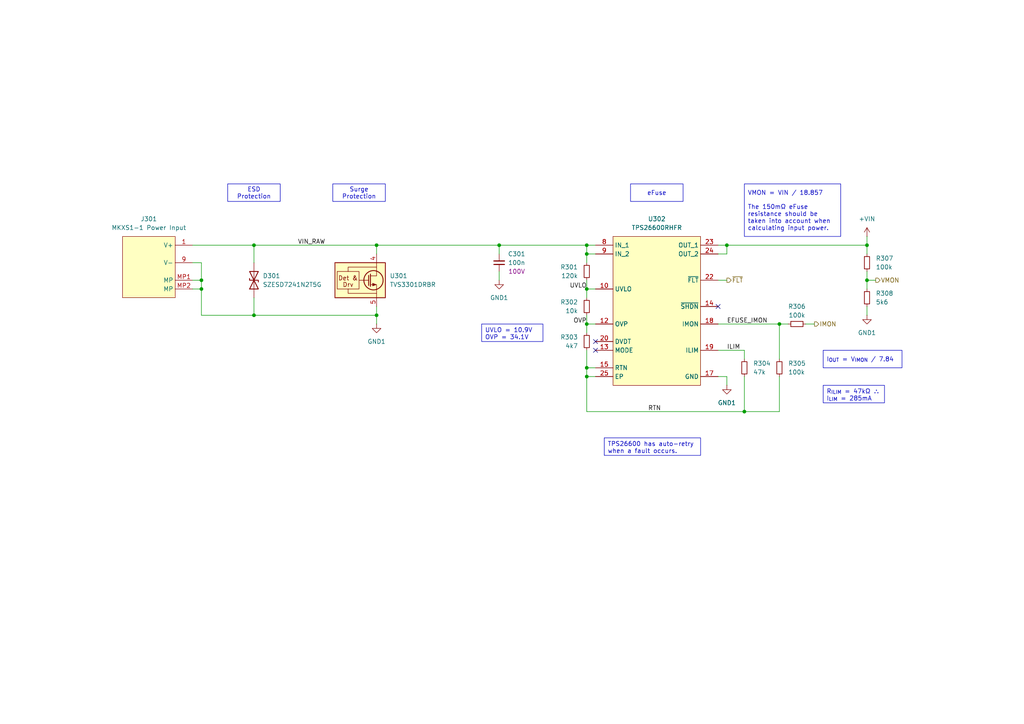
<source format=kicad_sch>
(kicad_sch
	(version 20250114)
	(generator "eeschema")
	(generator_version "9.0")
	(uuid "227f78bc-5afc-4ed8-bff8-b72c955af498")
	(paper "A4")
	(title_block
		(title "Power In (PHY Side)")
		(comment 4 "Power input and protection for the PHY side of the PCB.")
	)
	(lib_symbols
		(symbol "Device:C_Small"
			(pin_numbers
				(hide yes)
			)
			(pin_names
				(offset 0.254)
				(hide yes)
			)
			(exclude_from_sim no)
			(in_bom yes)
			(on_board yes)
			(property "Reference" "C"
				(at 0.254 1.778 0)
				(effects
					(font
						(size 1.27 1.27)
					)
					(justify left)
				)
			)
			(property "Value" "C_Small"
				(at 0.254 -2.032 0)
				(effects
					(font
						(size 1.27 1.27)
					)
					(justify left)
				)
			)
			(property "Footprint" ""
				(at 0 0 0)
				(effects
					(font
						(size 1.27 1.27)
					)
					(hide yes)
				)
			)
			(property "Datasheet" "~"
				(at 0 0 0)
				(effects
					(font
						(size 1.27 1.27)
					)
					(hide yes)
				)
			)
			(property "Description" "Unpolarized capacitor, small symbol"
				(at 0 0 0)
				(effects
					(font
						(size 1.27 1.27)
					)
					(hide yes)
				)
			)
			(property "ki_keywords" "capacitor cap"
				(at 0 0 0)
				(effects
					(font
						(size 1.27 1.27)
					)
					(hide yes)
				)
			)
			(property "ki_fp_filters" "C_*"
				(at 0 0 0)
				(effects
					(font
						(size 1.27 1.27)
					)
					(hide yes)
				)
			)
			(symbol "C_Small_0_1"
				(polyline
					(pts
						(xy -1.524 0.508) (xy 1.524 0.508)
					)
					(stroke
						(width 0.3048)
						(type default)
					)
					(fill
						(type none)
					)
				)
				(polyline
					(pts
						(xy -1.524 -0.508) (xy 1.524 -0.508)
					)
					(stroke
						(width 0.3302)
						(type default)
					)
					(fill
						(type none)
					)
				)
			)
			(symbol "C_Small_1_1"
				(pin passive line
					(at 0 2.54 270)
					(length 2.032)
					(name "~"
						(effects
							(font
								(size 1.27 1.27)
							)
						)
					)
					(number "1"
						(effects
							(font
								(size 1.27 1.27)
							)
						)
					)
				)
				(pin passive line
					(at 0 -2.54 90)
					(length 2.032)
					(name "~"
						(effects
							(font
								(size 1.27 1.27)
							)
						)
					)
					(number "2"
						(effects
							(font
								(size 1.27 1.27)
							)
						)
					)
				)
			)
			(embedded_fonts no)
		)
		(symbol "Device:R_Small"
			(pin_numbers
				(hide yes)
			)
			(pin_names
				(offset 0.254)
				(hide yes)
			)
			(exclude_from_sim no)
			(in_bom yes)
			(on_board yes)
			(property "Reference" "R"
				(at 0 0 90)
				(effects
					(font
						(size 1.016 1.016)
					)
				)
			)
			(property "Value" "R_Small"
				(at 1.778 0 90)
				(effects
					(font
						(size 1.27 1.27)
					)
				)
			)
			(property "Footprint" ""
				(at 0 0 0)
				(effects
					(font
						(size 1.27 1.27)
					)
					(hide yes)
				)
			)
			(property "Datasheet" "~"
				(at 0 0 0)
				(effects
					(font
						(size 1.27 1.27)
					)
					(hide yes)
				)
			)
			(property "Description" "Resistor, small symbol"
				(at 0 0 0)
				(effects
					(font
						(size 1.27 1.27)
					)
					(hide yes)
				)
			)
			(property "ki_keywords" "R resistor"
				(at 0 0 0)
				(effects
					(font
						(size 1.27 1.27)
					)
					(hide yes)
				)
			)
			(property "ki_fp_filters" "R_*"
				(at 0 0 0)
				(effects
					(font
						(size 1.27 1.27)
					)
					(hide yes)
				)
			)
			(symbol "R_Small_0_1"
				(rectangle
					(start -0.762 1.778)
					(end 0.762 -1.778)
					(stroke
						(width 0.2032)
						(type default)
					)
					(fill
						(type none)
					)
				)
			)
			(symbol "R_Small_1_1"
				(pin passive line
					(at 0 2.54 270)
					(length 0.762)
					(name "~"
						(effects
							(font
								(size 1.27 1.27)
							)
						)
					)
					(number "1"
						(effects
							(font
								(size 1.27 1.27)
							)
						)
					)
				)
				(pin passive line
					(at 0 -2.54 90)
					(length 0.762)
					(name "~"
						(effects
							(font
								(size 1.27 1.27)
							)
						)
					)
					(number "2"
						(effects
							(font
								(size 1.27 1.27)
							)
						)
					)
				)
			)
			(embedded_fonts no)
		)
		(symbol "PWR-CONN:MKXS1-1 Power Input"
			(exclude_from_sim no)
			(in_bom yes)
			(on_board yes)
			(property "Reference" "J"
				(at 0 5.08 0)
				(effects
					(font
						(size 1.27 1.27)
					)
				)
			)
			(property "Value" "MKXS1-1 Power Input"
				(at 0 2.54 0)
				(effects
					(font
						(size 1.27 1.27)
					)
				)
			)
			(property "Footprint" "project_footprints:10132797-031100LF"
				(at 0 -20.32 0)
				(effects
					(font
						(size 1.27 1.27)
					)
					(hide yes)
				)
			)
			(property "Datasheet" "https://cdn.amphenol-cs.com/media/wysiwyg/files/drawing/10132798.pdf"
				(at 0 -22.86 0)
				(effects
					(font
						(size 1.27 1.27)
					)
					(hide yes)
				)
			)
			(property "Description" ""
				(at 0 0 0)
				(effects
					(font
						(size 1.27 1.27)
					)
					(hide yes)
				)
			)
			(symbol "MKXS1-1 Power Input_1_1"
				(rectangle
					(start -7.62 0)
					(end 7.62 -17.78)
					(stroke
						(width 0)
						(type solid)
					)
					(fill
						(type background)
					)
				)
				(pin power_out line
					(at -12.7 -2.54 0)
					(length 5.08)
					(name "V+"
						(effects
							(font
								(size 1.27 1.27)
							)
						)
					)
					(number "1"
						(effects
							(font
								(size 1.27 1.27)
							)
						)
					)
				)
				(pin passive line
					(at -12.7 -2.54 0)
					(length 5.08)
					(hide yes)
					(name "V+"
						(effects
							(font
								(size 1.27 1.27)
							)
						)
					)
					(number "2"
						(effects
							(font
								(size 1.27 1.27)
							)
						)
					)
				)
				(pin passive line
					(at -12.7 -2.54 0)
					(length 5.08)
					(hide yes)
					(name "V+"
						(effects
							(font
								(size 1.27 1.27)
							)
						)
					)
					(number "25"
						(effects
							(font
								(size 1.27 1.27)
							)
						)
					)
				)
				(pin passive line
					(at -12.7 -2.54 0)
					(length 5.08)
					(hide yes)
					(name "V+"
						(effects
							(font
								(size 1.27 1.27)
							)
						)
					)
					(number "26"
						(effects
							(font
								(size 1.27 1.27)
							)
						)
					)
				)
				(pin passive line
					(at -12.7 -2.54 0)
					(length 5.08)
					(hide yes)
					(name "V+"
						(effects
							(font
								(size 1.27 1.27)
							)
						)
					)
					(number "27"
						(effects
							(font
								(size 1.27 1.27)
							)
						)
					)
				)
				(pin passive line
					(at -12.7 -2.54 0)
					(length 5.08)
					(hide yes)
					(name "V+"
						(effects
							(font
								(size 1.27 1.27)
							)
						)
					)
					(number "28"
						(effects
							(font
								(size 1.27 1.27)
							)
						)
					)
				)
				(pin passive line
					(at -12.7 -2.54 0)
					(length 5.08)
					(hide yes)
					(name "V+"
						(effects
							(font
								(size 1.27 1.27)
							)
						)
					)
					(number "29"
						(effects
							(font
								(size 1.27 1.27)
							)
						)
					)
				)
				(pin passive line
					(at -12.7 -2.54 0)
					(length 5.08)
					(hide yes)
					(name "V+"
						(effects
							(font
								(size 1.27 1.27)
							)
						)
					)
					(number "3"
						(effects
							(font
								(size 1.27 1.27)
							)
						)
					)
				)
				(pin passive line
					(at -12.7 -2.54 0)
					(length 5.08)
					(hide yes)
					(name "V+"
						(effects
							(font
								(size 1.27 1.27)
							)
						)
					)
					(number "30"
						(effects
							(font
								(size 1.27 1.27)
							)
						)
					)
				)
				(pin passive line
					(at -12.7 -2.54 0)
					(length 5.08)
					(hide yes)
					(name "V+"
						(effects
							(font
								(size 1.27 1.27)
							)
						)
					)
					(number "4"
						(effects
							(font
								(size 1.27 1.27)
							)
						)
					)
				)
				(pin passive line
					(at -12.7 -2.54 0)
					(length 5.08)
					(hide yes)
					(name "V+"
						(effects
							(font
								(size 1.27 1.27)
							)
						)
					)
					(number "5"
						(effects
							(font
								(size 1.27 1.27)
							)
						)
					)
				)
				(pin passive line
					(at -12.7 -2.54 0)
					(length 5.08)
					(hide yes)
					(name "V+"
						(effects
							(font
								(size 1.27 1.27)
							)
						)
					)
					(number "6"
						(effects
							(font
								(size 1.27 1.27)
							)
						)
					)
				)
				(pin passive line
					(at -12.7 -7.62 0)
					(length 5.08)
					(hide yes)
					(name "V-"
						(effects
							(font
								(size 1.27 1.27)
							)
						)
					)
					(number "10"
						(effects
							(font
								(size 1.27 1.27)
							)
						)
					)
				)
				(pin passive line
					(at -12.7 -7.62 0)
					(length 5.08)
					(hide yes)
					(name "V-"
						(effects
							(font
								(size 1.27 1.27)
							)
						)
					)
					(number "11"
						(effects
							(font
								(size 1.27 1.27)
							)
						)
					)
				)
				(pin passive line
					(at -12.7 -7.62 0)
					(length 5.08)
					(hide yes)
					(name "V-"
						(effects
							(font
								(size 1.27 1.27)
							)
						)
					)
					(number "12"
						(effects
							(font
								(size 1.27 1.27)
							)
						)
					)
				)
				(pin passive line
					(at -12.7 -7.62 0)
					(length 5.08)
					(hide yes)
					(name "V-"
						(effects
							(font
								(size 1.27 1.27)
							)
						)
					)
					(number "19"
						(effects
							(font
								(size 1.27 1.27)
							)
						)
					)
				)
				(pin passive line
					(at -12.7 -7.62 0)
					(length 5.08)
					(hide yes)
					(name "V-"
						(effects
							(font
								(size 1.27 1.27)
							)
						)
					)
					(number "20"
						(effects
							(font
								(size 1.27 1.27)
							)
						)
					)
				)
				(pin passive line
					(at -12.7 -7.62 0)
					(length 5.08)
					(hide yes)
					(name "V-"
						(effects
							(font
								(size 1.27 1.27)
							)
						)
					)
					(number "21"
						(effects
							(font
								(size 1.27 1.27)
							)
						)
					)
				)
				(pin passive line
					(at -12.7 -7.62 0)
					(length 5.08)
					(hide yes)
					(name "V-"
						(effects
							(font
								(size 1.27 1.27)
							)
						)
					)
					(number "22"
						(effects
							(font
								(size 1.27 1.27)
							)
						)
					)
				)
				(pin passive line
					(at -12.7 -7.62 0)
					(length 5.08)
					(hide yes)
					(name "V-"
						(effects
							(font
								(size 1.27 1.27)
							)
						)
					)
					(number "23"
						(effects
							(font
								(size 1.27 1.27)
							)
						)
					)
				)
				(pin passive line
					(at -12.7 -7.62 0)
					(length 5.08)
					(hide yes)
					(name "V-"
						(effects
							(font
								(size 1.27 1.27)
							)
						)
					)
					(number "24"
						(effects
							(font
								(size 1.27 1.27)
							)
						)
					)
				)
				(pin passive line
					(at -12.7 -7.62 0)
					(length 5.08)
					(hide yes)
					(name "V-"
						(effects
							(font
								(size 1.27 1.27)
							)
						)
					)
					(number "7"
						(effects
							(font
								(size 1.27 1.27)
							)
						)
					)
				)
				(pin passive line
					(at -12.7 -7.62 0)
					(length 5.08)
					(hide yes)
					(name "V-"
						(effects
							(font
								(size 1.27 1.27)
							)
						)
					)
					(number "8"
						(effects
							(font
								(size 1.27 1.27)
							)
						)
					)
				)
				(pin power_out line
					(at -12.7 -7.62 0)
					(length 5.08)
					(name "V-"
						(effects
							(font
								(size 1.27 1.27)
							)
						)
					)
					(number "9"
						(effects
							(font
								(size 1.27 1.27)
							)
						)
					)
				)
				(pin passive line
					(at -12.7 -12.7 0)
					(length 5.08)
					(name "MP"
						(effects
							(font
								(size 1.27 1.27)
							)
						)
					)
					(number "MP1"
						(effects
							(font
								(size 1.27 1.27)
							)
						)
					)
				)
				(pin passive line
					(at -12.7 -15.24 0)
					(length 5.08)
					(name "MP"
						(effects
							(font
								(size 1.27 1.27)
							)
						)
					)
					(number "MP2"
						(effects
							(font
								(size 1.27 1.27)
							)
						)
					)
				)
				(pin no_connect line
					(at 12.7 -2.54 180)
					(length 5.08)
					(hide yes)
					(name "RFU"
						(effects
							(font
								(size 1.27 1.27)
							)
						)
					)
					(number "13"
						(effects
							(font
								(size 1.27 1.27)
							)
						)
					)
				)
				(pin no_connect line
					(at 12.7 -5.08 180)
					(length 5.08)
					(hide yes)
					(name "RFU"
						(effects
							(font
								(size 1.27 1.27)
							)
						)
					)
					(number "14"
						(effects
							(font
								(size 1.27 1.27)
							)
						)
					)
				)
				(pin no_connect line
					(at 12.7 -7.62 180)
					(length 5.08)
					(hide yes)
					(name "RFU"
						(effects
							(font
								(size 1.27 1.27)
							)
						)
					)
					(number "15"
						(effects
							(font
								(size 1.27 1.27)
							)
						)
					)
				)
				(pin no_connect line
					(at 12.7 -10.16 180)
					(length 5.08)
					(hide yes)
					(name "RFU"
						(effects
							(font
								(size 1.27 1.27)
							)
						)
					)
					(number "16"
						(effects
							(font
								(size 1.27 1.27)
							)
						)
					)
				)
				(pin no_connect line
					(at 12.7 -12.7 180)
					(length 5.08)
					(hide yes)
					(name "RFU"
						(effects
							(font
								(size 1.27 1.27)
							)
						)
					)
					(number "17"
						(effects
							(font
								(size 1.27 1.27)
							)
						)
					)
				)
				(pin no_connect line
					(at 12.7 -15.24 180)
					(length 5.08)
					(hide yes)
					(name "RFU"
						(effects
							(font
								(size 1.27 1.27)
							)
						)
					)
					(number "18"
						(effects
							(font
								(size 1.27 1.27)
							)
						)
					)
				)
			)
			(embedded_fonts no)
		)
		(symbol "PWR-SWCH:TPS26600RHFR"
			(exclude_from_sim no)
			(in_bom yes)
			(on_board yes)
			(property "Reference" "U"
				(at 0 5.08 0)
				(effects
					(font
						(size 1.27 1.27)
					)
				)
			)
			(property "Value" "TPS26600RHFR"
				(at 0 2.54 0)
				(effects
					(font
						(size 1.27 1.27)
					)
				)
			)
			(property "Footprint" "project_footprints:QFN50P400X500X100-25N-D"
				(at 26.67 -84.76 0)
				(effects
					(font
						(size 1.27 1.27)
					)
					(justify left top)
					(hide yes)
				)
			)
			(property "Datasheet" "http://www.ti.com/lit/gpn/tps2660"
				(at 26.67 -184.76 0)
				(effects
					(font
						(size 1.27 1.27)
					)
					(justify left top)
					(hide yes)
				)
			)
			(property "Description" "60V 2A Industrial eFuse With Integrated Reverse-Input Polarity Protection, Auto-retry"
				(at 0 -45.72 0)
				(effects
					(font
						(size 1.27 1.27)
					)
					(hide yes)
				)
			)
			(property "Height" "1"
				(at 26.67 -384.76 0)
				(effects
					(font
						(size 1.27 1.27)
					)
					(justify left top)
					(hide yes)
				)
			)
			(property "Mouser Part Number" "595-TPS26601RHFR"
				(at 26.67 -484.76 0)
				(effects
					(font
						(size 1.27 1.27)
					)
					(justify left top)
					(hide yes)
				)
			)
			(property "Mouser Price/Stock" "https://www.mouser.co.uk/ProductDetail/Texas-Instruments/TPS26601RHFR?qs=6BVwEky2YVyoesJQjfL0Lw%3D%3D"
				(at 26.67 -584.76 0)
				(effects
					(font
						(size 1.27 1.27)
					)
					(justify left top)
					(hide yes)
				)
			)
			(property "Manufacturer_Name" "Texas Instruments"
				(at 26.67 -684.76 0)
				(effects
					(font
						(size 1.27 1.27)
					)
					(justify left top)
					(hide yes)
				)
			)
			(property "Manufacturer_Part_Number" "TPS26601RHFR"
				(at 26.67 -784.76 0)
				(effects
					(font
						(size 1.27 1.27)
					)
					(justify left top)
					(hide yes)
				)
			)
			(symbol "TPS26600RHFR_1_1"
				(rectangle
					(start -12.7 0)
					(end 12.7 -43.18)
					(stroke
						(width 0)
						(type solid)
					)
					(fill
						(type background)
					)
				)
				(pin power_in line
					(at -17.78 -2.54 0)
					(length 5.08)
					(name "IN_1"
						(effects
							(font
								(size 1.27 1.27)
							)
						)
					)
					(number "8"
						(effects
							(font
								(size 1.27 1.27)
							)
						)
					)
				)
				(pin power_in line
					(at -17.78 -5.08 0)
					(length 5.08)
					(name "IN_2"
						(effects
							(font
								(size 1.27 1.27)
							)
						)
					)
					(number "9"
						(effects
							(font
								(size 1.27 1.27)
							)
						)
					)
				)
				(pin no_connect line
					(at -17.78 -7.62 0)
					(length 5.08)
					(hide yes)
					(name "NC"
						(effects
							(font
								(size 1.27 1.27)
							)
						)
					)
					(number "1"
						(effects
							(font
								(size 1.27 1.27)
							)
						)
					)
				)
				(pin no_connect line
					(at -17.78 -10.16 0)
					(length 5.08)
					(hide yes)
					(name "NC"
						(effects
							(font
								(size 1.27 1.27)
							)
						)
					)
					(number "2"
						(effects
							(font
								(size 1.27 1.27)
							)
						)
					)
				)
				(pin no_connect line
					(at -17.78 -12.7 0)
					(length 5.08)
					(hide yes)
					(name "NC"
						(effects
							(font
								(size 1.27 1.27)
							)
						)
					)
					(number "3"
						(effects
							(font
								(size 1.27 1.27)
							)
						)
					)
				)
				(pin input line
					(at -17.78 -15.24 0)
					(length 5.08)
					(name "UVLO"
						(effects
							(font
								(size 1.27 1.27)
							)
						)
					)
					(number "10"
						(effects
							(font
								(size 1.27 1.27)
							)
						)
					)
				)
				(pin no_connect line
					(at -17.78 -17.78 0)
					(length 5.08)
					(hide yes)
					(name "NC"
						(effects
							(font
								(size 1.27 1.27)
							)
						)
					)
					(number "4"
						(effects
							(font
								(size 1.27 1.27)
							)
						)
					)
				)
				(pin no_connect line
					(at -17.78 -20.32 0)
					(length 5.08)
					(hide yes)
					(name "NC"
						(effects
							(font
								(size 1.27 1.27)
							)
						)
					)
					(number "5"
						(effects
							(font
								(size 1.27 1.27)
							)
						)
					)
				)
				(pin no_connect line
					(at -17.78 -22.86 0)
					(length 5.08)
					(hide yes)
					(name "NC"
						(effects
							(font
								(size 1.27 1.27)
							)
						)
					)
					(number "6"
						(effects
							(font
								(size 1.27 1.27)
							)
						)
					)
				)
				(pin input line
					(at -17.78 -25.4 0)
					(length 5.08)
					(name "OVP"
						(effects
							(font
								(size 1.27 1.27)
							)
						)
					)
					(number "12"
						(effects
							(font
								(size 1.27 1.27)
							)
						)
					)
				)
				(pin no_connect line
					(at -17.78 -27.94 0)
					(length 5.08)
					(hide yes)
					(name "NC"
						(effects
							(font
								(size 1.27 1.27)
							)
						)
					)
					(number "7"
						(effects
							(font
								(size 1.27 1.27)
							)
						)
					)
				)
				(pin bidirectional line
					(at -17.78 -30.48 0)
					(length 5.08)
					(name "DVDT"
						(effects
							(font
								(size 1.27 1.27)
							)
						)
					)
					(number "20"
						(effects
							(font
								(size 1.27 1.27)
							)
						)
					)
				)
				(pin input line
					(at -17.78 -33.02 0)
					(length 5.08)
					(name "MODE"
						(effects
							(font
								(size 1.27 1.27)
							)
						)
					)
					(number "13"
						(effects
							(font
								(size 1.27 1.27)
							)
						)
					)
				)
				(pin no_connect line
					(at -17.78 -35.56 0)
					(length 5.08)
					(hide yes)
					(name "NC"
						(effects
							(font
								(size 1.27 1.27)
							)
						)
					)
					(number "11"
						(effects
							(font
								(size 1.27 1.27)
							)
						)
					)
				)
				(pin passive line
					(at -17.78 -38.1 0)
					(length 5.08)
					(name "RTN"
						(effects
							(font
								(size 1.27 1.27)
							)
						)
					)
					(number "15"
						(effects
							(font
								(size 1.27 1.27)
							)
						)
					)
				)
				(pin passive line
					(at -17.78 -40.64 0)
					(length 5.08)
					(name "EP"
						(effects
							(font
								(size 1.27 1.27)
							)
						)
					)
					(number "25"
						(effects
							(font
								(size 1.27 1.27)
							)
						)
					)
				)
				(pin power_out line
					(at 17.78 -2.54 180)
					(length 5.08)
					(name "OUT_1"
						(effects
							(font
								(size 1.27 1.27)
							)
						)
					)
					(number "23"
						(effects
							(font
								(size 1.27 1.27)
							)
						)
					)
				)
				(pin passive line
					(at 17.78 -5.08 180)
					(length 5.08)
					(name "OUT_2"
						(effects
							(font
								(size 1.27 1.27)
							)
						)
					)
					(number "24"
						(effects
							(font
								(size 1.27 1.27)
							)
						)
					)
				)
				(pin no_connect line
					(at 17.78 -10.16 180)
					(length 5.08)
					(hide yes)
					(name "NC"
						(effects
							(font
								(size 1.27 1.27)
							)
						)
					)
					(number "21"
						(effects
							(font
								(size 1.27 1.27)
							)
						)
					)
				)
				(pin output line
					(at 17.78 -12.7 180)
					(length 5.08)
					(name "~{FLT}"
						(effects
							(font
								(size 1.27 1.27)
							)
						)
					)
					(number "22"
						(effects
							(font
								(size 1.27 1.27)
							)
						)
					)
				)
				(pin input line
					(at 17.78 -20.32 180)
					(length 5.08)
					(name "~{SHDN}"
						(effects
							(font
								(size 1.27 1.27)
							)
						)
					)
					(number "14"
						(effects
							(font
								(size 1.27 1.27)
							)
						)
					)
				)
				(pin output line
					(at 17.78 -25.4 180)
					(length 5.08)
					(name "IMON"
						(effects
							(font
								(size 1.27 1.27)
							)
						)
					)
					(number "18"
						(effects
							(font
								(size 1.27 1.27)
							)
						)
					)
				)
				(pin bidirectional line
					(at 17.78 -33.02 180)
					(length 5.08)
					(name "ILIM"
						(effects
							(font
								(size 1.27 1.27)
							)
						)
					)
					(number "19"
						(effects
							(font
								(size 1.27 1.27)
							)
						)
					)
				)
				(pin no_connect line
					(at 17.78 -38.1 180)
					(length 5.08)
					(hide yes)
					(name "NC"
						(effects
							(font
								(size 1.27 1.27)
							)
						)
					)
					(number "16"
						(effects
							(font
								(size 1.27 1.27)
							)
						)
					)
				)
				(pin passive line
					(at 17.78 -40.64 180)
					(length 5.08)
					(name "GND"
						(effects
							(font
								(size 1.27 1.27)
							)
						)
					)
					(number "17"
						(effects
							(font
								(size 1.27 1.27)
							)
						)
					)
				)
			)
			(embedded_fonts no)
		)
		(symbol "PWR-SYM:+VIN"
			(power)
			(pin_numbers
				(hide yes)
			)
			(pin_names
				(offset 0)
				(hide yes)
			)
			(exclude_from_sim no)
			(in_bom yes)
			(on_board yes)
			(property "Reference" "#PWR"
				(at 0 -3.81 0)
				(effects
					(font
						(size 1.27 1.27)
					)
					(hide yes)
				)
			)
			(property "Value" "+VIN"
				(at 0 3.556 0)
				(effects
					(font
						(size 1.27 1.27)
					)
				)
			)
			(property "Footprint" ""
				(at 0 0 0)
				(effects
					(font
						(size 1.27 1.27)
					)
					(hide yes)
				)
			)
			(property "Datasheet" ""
				(at 0 0 0)
				(effects
					(font
						(size 1.27 1.27)
					)
					(hide yes)
				)
			)
			(property "Description" "Power symbol creates a global label with name \"+VIN\""
				(at 0 0 0)
				(effects
					(font
						(size 1.27 1.27)
					)
					(hide yes)
				)
			)
			(property "ki_keywords" "global power"
				(at 0 0 0)
				(effects
					(font
						(size 1.27 1.27)
					)
					(hide yes)
				)
			)
			(symbol "+VIN_0_1"
				(polyline
					(pts
						(xy -0.762 1.27) (xy 0 2.54)
					)
					(stroke
						(width 0)
						(type default)
					)
					(fill
						(type none)
					)
				)
				(polyline
					(pts
						(xy 0 2.54) (xy 0.762 1.27)
					)
					(stroke
						(width 0)
						(type default)
					)
					(fill
						(type none)
					)
				)
				(polyline
					(pts
						(xy 0 0) (xy 0 2.54)
					)
					(stroke
						(width 0)
						(type default)
					)
					(fill
						(type none)
					)
				)
			)
			(symbol "+VIN_1_1"
				(pin power_in line
					(at 0 0 90)
					(length 0)
					(name "~"
						(effects
							(font
								(size 1.27 1.27)
							)
						)
					)
					(number "1"
						(effects
							(font
								(size 1.27 1.27)
							)
						)
					)
				)
			)
			(embedded_fonts no)
		)
		(symbol "SURGE:TVS3301DRBR"
			(pin_names
				(hide yes)
			)
			(exclude_from_sim no)
			(in_bom yes)
			(on_board yes)
			(property "Reference" "U"
				(at 17.78 -2.54 0)
				(effects
					(font
						(size 1.27 1.27)
					)
				)
			)
			(property "Value" "TVS3301DRBR"
				(at 17.78 -5.08 0)
				(effects
					(font
						(size 1.27 1.27)
					)
				)
			)
			(property "Footprint" "project_footprints:SON65P300X300X100-9N-D"
				(at 26.67 -94.92 0)
				(effects
					(font
						(size 1.27 1.27)
					)
					(justify left top)
					(hide yes)
				)
			)
			(property "Datasheet" "https://www.ti.com/lit/ds/symlink/tvs3301.pdf"
				(at 26.67 -194.92 0)
				(effects
					(font
						(size 1.27 1.27)
					)
					(justify left top)
					(hide yes)
				)
			)
			(property "Description" "ESD Suppressors / TVS Diodes BIDIRECTIONAL PRECISION SURGE DIODES"
				(at 0 -40.64 0)
				(effects
					(font
						(size 1.27 1.27)
					)
					(hide yes)
				)
			)
			(symbol "TVS3301DRBR_0_0"
				(rectangle
					(start -6.35 -2.54)
					(end 0 -7.62)
					(stroke
						(width 0)
						(type default)
					)
					(fill
						(type none)
					)
				)
				(polyline
					(pts
						(xy -3.175 -2.54) (xy -3.175 -1.27) (xy 5.08 -1.27)
					)
					(stroke
						(width 0)
						(type default)
					)
					(fill
						(type none)
					)
				)
				(polyline
					(pts
						(xy -3.175 -7.62) (xy -3.175 -8.89) (xy 5.08 -8.89)
					)
					(stroke
						(width 0)
						(type default)
					)
					(fill
						(type none)
					)
				)
				(polyline
					(pts
						(xy 5.08 -3.81) (xy 3.302 -3.81)
					)
					(stroke
						(width 0)
						(type default)
					)
					(fill
						(type none)
					)
				)
				(text "Det &"
					(at -3.175 -4.445 0)
					(effects
						(font
							(size 1.27 1.27)
						)
					)
				)
				(text "Drv"
					(at -3.175 -6.35 0)
					(effects
						(font
							(size 1.27 1.27)
						)
					)
				)
			)
			(symbol "TVS3301DRBR_0_1"
				(rectangle
					(start -6.985 0)
					(end 7.62 -10.16)
					(stroke
						(width 0.254)
						(type default)
					)
					(fill
						(type background)
					)
				)
				(polyline
					(pts
						(xy 2.794 -3.683) (xy 2.794 -6.604)
					)
					(stroke
						(width 0.254)
						(type default)
					)
					(fill
						(type none)
					)
				)
				(polyline
					(pts
						(xy 2.794 -5.08) (xy 0 -5.08)
					)
					(stroke
						(width 0)
						(type default)
					)
					(fill
						(type none)
					)
				)
				(polyline
					(pts
						(xy 3.302 -3.302) (xy 3.302 -6.858)
					)
					(stroke
						(width 0.254)
						(type default)
					)
					(fill
						(type none)
					)
				)
				(circle
					(center 4.191 -5.08)
					(radius 2.794)
					(stroke
						(width 0.254)
						(type default)
					)
					(fill
						(type none)
					)
				)
				(polyline
					(pts
						(xy 4.953 -6.35) (xy 3.937 -6.731) (xy 3.937 -5.969) (xy 4.953 -6.35)
					)
					(stroke
						(width 0)
						(type default)
					)
					(fill
						(type outline)
					)
				)
				(polyline
					(pts
						(xy 5.08 0) (xy 5.08 -2.54)
					)
					(stroke
						(width 0)
						(type default)
					)
					(fill
						(type none)
					)
				)
				(polyline
					(pts
						(xy 5.08 -2.54) (xy 5.08 -3.81)
					)
					(stroke
						(width 0)
						(type default)
					)
					(fill
						(type none)
					)
				)
				(polyline
					(pts
						(xy 5.08 -7.62) (xy 5.08 -10.16)
					)
					(stroke
						(width 0)
						(type default)
					)
					(fill
						(type none)
					)
				)
				(polyline
					(pts
						(xy 5.08 -7.62) (xy 5.08 -6.35) (xy 3.302 -6.35)
					)
					(stroke
						(width 0)
						(type default)
					)
					(fill
						(type none)
					)
				)
			)
			(symbol "TVS3301DRBR_1_1"
				(pin input line
					(at 5.08 2.54 270)
					(length 2.54)
					(hide yes)
					(name "IN"
						(effects
							(font
								(size 1.27 1.27)
							)
						)
					)
					(number "1"
						(effects
							(font
								(size 1.27 1.27)
							)
						)
					)
				)
				(pin input line
					(at 5.08 2.54 270)
					(length 2.54)
					(hide yes)
					(name "IN"
						(effects
							(font
								(size 1.27 1.27)
							)
						)
					)
					(number "2"
						(effects
							(font
								(size 1.27 1.27)
							)
						)
					)
				)
				(pin input line
					(at 5.08 2.54 270)
					(length 2.54)
					(hide yes)
					(name "IN"
						(effects
							(font
								(size 1.27 1.27)
							)
						)
					)
					(number "3"
						(effects
							(font
								(size 1.27 1.27)
							)
						)
					)
				)
				(pin input line
					(at 5.08 2.54 270)
					(length 2.54)
					(name "IN"
						(effects
							(font
								(size 1.27 1.27)
							)
						)
					)
					(number "4"
						(effects
							(font
								(size 1.27 1.27)
							)
						)
					)
				)
				(pin power_in line
					(at 5.08 -12.7 90)
					(length 2.54)
					(name "GND"
						(effects
							(font
								(size 1.27 1.27)
							)
						)
					)
					(number "5"
						(effects
							(font
								(size 1.27 1.27)
							)
						)
					)
				)
				(pin passive line
					(at 5.08 -12.7 90)
					(length 2.54)
					(hide yes)
					(name "GND"
						(effects
							(font
								(size 1.27 1.27)
							)
						)
					)
					(number "6"
						(effects
							(font
								(size 1.27 1.27)
							)
						)
					)
				)
				(pin passive line
					(at 5.08 -12.7 90)
					(length 2.54)
					(hide yes)
					(name "GND"
						(effects
							(font
								(size 1.27 1.27)
							)
						)
					)
					(number "7"
						(effects
							(font
								(size 1.27 1.27)
							)
						)
					)
				)
				(pin passive line
					(at 5.08 -12.7 90)
					(length 2.54)
					(hide yes)
					(name "GND"
						(effects
							(font
								(size 1.27 1.27)
							)
						)
					)
					(number "8"
						(effects
							(font
								(size 1.27 1.27)
							)
						)
					)
				)
				(pin no_connect line
					(at 10.16 -5.08 180)
					(length 2.54)
					(hide yes)
					(name "NC"
						(effects
							(font
								(size 1.27 1.27)
							)
						)
					)
					(number "9"
						(effects
							(font
								(size 1.27 1.27)
							)
						)
					)
				)
			)
			(embedded_fonts no)
		)
		(symbol "TVS:SZESD7241N2T5G"
			(pin_numbers
				(hide yes)
			)
			(pin_names
				(hide yes)
			)
			(exclude_from_sim no)
			(in_bom yes)
			(on_board yes)
			(property "Reference" "D"
				(at 0 6.35 0)
				(effects
					(font
						(size 1.27 1.27)
					)
				)
			)
			(property "Value" "SZESD7241N2T5G"
				(at 0 3.81 0)
				(effects
					(font
						(size 1.27 1.27)
					)
				)
			)
			(property "Footprint" "project_footprints:SZESD7462N2T5G"
				(at -16.51 -7.62 0)
				(effects
					(font
						(size 1.27 1.27)
					)
					(justify left bottom)
					(hide yes)
				)
			)
			(property "Datasheet" "https://www.onsemi.com/pub/Collateral/ESD7241-D.PDF"
				(at -29.21 -10.16 0)
				(effects
					(font
						(size 1.27 1.27)
					)
					(justify left bottom)
					(hide yes)
				)
			)
			(property "Description" "SZESD7241MXWT5G Wettable Flank Package; SZ Prefix for Automotive and Other Applications Requiring Unique Site and Control Change Requirements; AECQ101 Qualified and PPAP CapableSZ Prefix for Automotive and Other Applications Requiring Unique Site and Control Change Requirements; AECQ101 Qualified and PPAP Capable; Ultra-Low Capacitance: < 1.0pF Max; Low Leakage: < 0.5uA; IEC61000-4-2 (ESD): Level 4 +/-28kV Contact; IEC61000-4-4 (EFT): 40A - 5/50ns; IEC61000-4-5 (Lightning): 1A - 8/20us; These Devices are Pb"
				(at 0 -3.81 0)
				(effects
					(font
						(size 1.27 1.27)
					)
					(hide yes)
				)
			)
			(property "Height" "0.4"
				(at -1.27 -12.7 0)
				(effects
					(font
						(size 1.27 1.27)
					)
					(justify left bottom)
					(hide yes)
				)
			)
			(property "Mouser Part Number" "863-SZESD7241N2T5G"
				(at -11.43 -15.24 0)
				(effects
					(font
						(size 1.27 1.27)
					)
					(justify left bottom)
					(hide yes)
				)
			)
			(property "Mouser Price/Stock" "https://www.mouser.co.uk/ProductDetail/onsemi/SZESD7241N2T5G?qs=z6PAvqrnkvSq0oMCl81g4Q%3D%3D"
				(at -49.53 -17.78 0)
				(effects
					(font
						(size 1.27 1.27)
					)
					(justify left bottom)
					(hide yes)
				)
			)
			(property "Manufacturer_Name" "onsemi"
				(at -3.81 -20.32 0)
				(effects
					(font
						(size 1.27 1.27)
					)
					(justify left bottom)
					(hide yes)
				)
			)
			(property "Manufacturer_Part_Number" "SZESD7241N2T5G"
				(at -8.89 -22.86 0)
				(effects
					(font
						(size 1.27 1.27)
					)
					(justify left bottom)
					(hide yes)
				)
			)
			(symbol "SZESD7241N2T5G_0_1"
				(polyline
					(pts
						(xy -2.54 1.27) (xy -2.54 -1.27) (xy 2.54 1.27) (xy 2.54 -1.27) (xy -2.54 1.27)
					)
					(stroke
						(width 0.254)
						(type default)
					)
					(fill
						(type none)
					)
				)
				(polyline
					(pts
						(xy 0.508 1.27) (xy 0 1.27) (xy 0 -1.27) (xy -0.508 -1.27)
					)
					(stroke
						(width 0.254)
						(type default)
					)
					(fill
						(type none)
					)
				)
				(polyline
					(pts
						(xy 1.27 0) (xy -1.27 0)
					)
					(stroke
						(width 0)
						(type default)
					)
					(fill
						(type none)
					)
				)
			)
			(symbol "SZESD7241N2T5G_1_1"
				(pin passive line
					(at -5.08 0 0)
					(length 3.81)
					(name "A1"
						(effects
							(font
								(size 1.27 1.27)
							)
						)
					)
					(number "1"
						(effects
							(font
								(size 1.27 1.27)
							)
						)
					)
				)
				(pin passive line
					(at 5.08 0 180)
					(length 3.81)
					(name "A2"
						(effects
							(font
								(size 1.27 1.27)
							)
						)
					)
					(number "2"
						(effects
							(font
								(size 1.27 1.27)
							)
						)
					)
				)
			)
			(embedded_fonts no)
		)
		(symbol "power:GND1"
			(power)
			(pin_numbers
				(hide yes)
			)
			(pin_names
				(offset 0)
				(hide yes)
			)
			(exclude_from_sim no)
			(in_bom yes)
			(on_board yes)
			(property "Reference" "#PWR"
				(at 0 -6.35 0)
				(effects
					(font
						(size 1.27 1.27)
					)
					(hide yes)
				)
			)
			(property "Value" "GND1"
				(at 0 -3.81 0)
				(effects
					(font
						(size 1.27 1.27)
					)
				)
			)
			(property "Footprint" ""
				(at 0 0 0)
				(effects
					(font
						(size 1.27 1.27)
					)
					(hide yes)
				)
			)
			(property "Datasheet" ""
				(at 0 0 0)
				(effects
					(font
						(size 1.27 1.27)
					)
					(hide yes)
				)
			)
			(property "Description" "Power symbol creates a global label with name \"GND1\" , ground"
				(at 0 0 0)
				(effects
					(font
						(size 1.27 1.27)
					)
					(hide yes)
				)
			)
			(property "ki_keywords" "global power"
				(at 0 0 0)
				(effects
					(font
						(size 1.27 1.27)
					)
					(hide yes)
				)
			)
			(symbol "GND1_0_1"
				(polyline
					(pts
						(xy 0 0) (xy 0 -1.27) (xy 1.27 -1.27) (xy 0 -2.54) (xy -1.27 -1.27) (xy 0 -1.27)
					)
					(stroke
						(width 0)
						(type default)
					)
					(fill
						(type none)
					)
				)
			)
			(symbol "GND1_1_1"
				(pin power_in line
					(at 0 0 270)
					(length 0)
					(name "~"
						(effects
							(font
								(size 1.27 1.27)
							)
						)
					)
					(number "1"
						(effects
							(font
								(size 1.27 1.27)
							)
						)
					)
				)
			)
			(embedded_fonts no)
		)
	)
	(text_box "ESD Protection"
		(exclude_from_sim no)
		(at 66.04 53.34 0)
		(size 15.24 5.08)
		(margins 0.9525 0.9525 0.9525 0.9525)
		(stroke
			(width 0)
			(type solid)
		)
		(fill
			(type none)
		)
		(effects
			(font
				(size 1.27 1.27)
			)
		)
		(uuid "017172ff-1ba1-4059-8bf9-322c9cc566e5")
	)
	(text_box "Surge Protection"
		(exclude_from_sim no)
		(at 96.52 53.34 0)
		(size 15.24 5.08)
		(margins 0.9525 0.9525 0.9525 0.9525)
		(stroke
			(width 0)
			(type solid)
		)
		(fill
			(type none)
		)
		(effects
			(font
				(size 1.27 1.27)
			)
		)
		(uuid "27590504-46cd-4a9a-9890-cc5e74770ad8")
	)
	(text_box "UVLO = 10.9V\nOVP = 34.1V"
		(exclude_from_sim no)
		(at 139.7 93.98 0)
		(size 17.78 5.08)
		(margins 0.9525 0.9525 0.9525 0.9525)
		(stroke
			(width 0)
			(type solid)
		)
		(fill
			(type none)
		)
		(effects
			(font
				(size 1.27 1.27)
			)
			(justify left top)
		)
		(uuid "6c662e69-e994-4f88-9225-73e5151145d7")
	)
	(text_box "I_{OUT} = V_{IMON} / 7.84"
		(exclude_from_sim no)
		(at 238.76 101.6 0)
		(size 22.86 5.08)
		(margins 0.9525 0.9525 0.9525 0.9525)
		(stroke
			(width 0)
			(type solid)
		)
		(fill
			(type none)
		)
		(effects
			(font
				(size 1.27 1.27)
			)
			(justify left)
		)
		(uuid "881a86d1-85bf-4f90-853d-820ec01ab407")
	)
	(text_box "VMON = VIN / 18.857\n\nThe 150mΩ eFuse resistance should be taken into account when calculating input power."
		(exclude_from_sim no)
		(at 215.9 53.34 0)
		(size 27.94 15.24)
		(margins 0.9525 0.9525 0.9525 0.9525)
		(stroke
			(width 0)
			(type solid)
		)
		(fill
			(type none)
		)
		(effects
			(font
				(size 1.27 1.27)
			)
			(justify left)
		)
		(uuid "c180a8a6-aba8-4c10-aa12-579bcf9c42ce")
	)
	(text_box "R_{ILIM} = 47kΩ ∴ I_{LIM} = 285mA"
		(exclude_from_sim no)
		(at 238.76 111.76 0)
		(size 17.78 5.08)
		(margins 0.9525 0.9525 0.9525 0.9525)
		(stroke
			(width 0)
			(type solid)
		)
		(fill
			(type none)
		)
		(effects
			(font
				(size 1.27 1.27)
			)
			(justify left top)
		)
		(uuid "cfc1871d-70d6-4fb1-8dc5-efeb4222af67")
	)
	(text_box "eFuse"
		(exclude_from_sim no)
		(at 182.88 53.34 0)
		(size 15.24 5.08)
		(margins 0.9525 0.9525 0.9525 0.9525)
		(stroke
			(width 0)
			(type solid)
		)
		(fill
			(type none)
		)
		(effects
			(font
				(size 1.27 1.27)
			)
		)
		(uuid "d6165608-0715-422b-ab0d-3c51bc2d080c")
	)
	(text_box "TPS26600 has auto-retry when a fault occurs."
		(exclude_from_sim no)
		(at 175.26 127 0)
		(size 27.94 5.08)
		(margins 0.9525 0.9525 0.9525 0.9525)
		(stroke
			(width 0)
			(type solid)
		)
		(fill
			(type none)
		)
		(effects
			(font
				(size 1.27 1.27)
			)
			(justify left top)
		)
		(uuid "f6fe22a2-6483-4f5d-bcbc-cd822de2b2f6")
	)
	(junction
		(at 170.18 109.22)
		(diameter 0)
		(color 0 0 0 0)
		(uuid "113a2d1a-0d37-4abd-9179-98ab5d4e7c17")
	)
	(junction
		(at 170.18 93.98)
		(diameter 0)
		(color 0 0 0 0)
		(uuid "27303498-6068-4f22-8432-bfae586efe73")
	)
	(junction
		(at 170.18 71.12)
		(diameter 0)
		(color 0 0 0 0)
		(uuid "29445fd6-8a7b-48d5-8654-383c9a859021")
	)
	(junction
		(at 73.66 71.12)
		(diameter 0)
		(color 0 0 0 0)
		(uuid "369ba79a-def3-47e2-a564-67472cc0083d")
	)
	(junction
		(at 215.9 119.38)
		(diameter 0)
		(color 0 0 0 0)
		(uuid "451e54cd-617f-43c6-af3c-ede6ff60d842")
	)
	(junction
		(at 170.18 73.66)
		(diameter 0)
		(color 0 0 0 0)
		(uuid "5d923a25-5ad7-44f6-bfbd-17fb90b37a0d")
	)
	(junction
		(at 58.42 81.28)
		(diameter 0)
		(color 0 0 0 0)
		(uuid "653e7252-d7b5-4f7e-b52f-4aaf16ce9cfe")
	)
	(junction
		(at 170.18 83.82)
		(diameter 0)
		(color 0 0 0 0)
		(uuid "6b240d0a-4958-400b-ae8a-eaa9ec8720f0")
	)
	(junction
		(at 210.82 71.12)
		(diameter 0)
		(color 0 0 0 0)
		(uuid "77cf4eeb-a1f4-4cf3-9b25-41f1c039d35e")
	)
	(junction
		(at 226.06 93.98)
		(diameter 0)
		(color 0 0 0 0)
		(uuid "937fe2f9-d166-4635-ad1f-f9a6e9759722")
	)
	(junction
		(at 144.78 71.12)
		(diameter 0)
		(color 0 0 0 0)
		(uuid "993dbf3f-da0d-439b-a583-0e1164655f00")
	)
	(junction
		(at 109.22 91.44)
		(diameter 0)
		(color 0 0 0 0)
		(uuid "c0d4b949-e646-4bb6-975f-fc70c21c749b")
	)
	(junction
		(at 109.22 71.12)
		(diameter 0)
		(color 0 0 0 0)
		(uuid "c6d8b02a-c9bf-4af9-8f13-28612a4c7778")
	)
	(junction
		(at 170.18 106.68)
		(diameter 0)
		(color 0 0 0 0)
		(uuid "cf21ba05-b010-4b27-a37b-b12e52d4a314")
	)
	(junction
		(at 58.42 83.82)
		(diameter 0)
		(color 0 0 0 0)
		(uuid "e04eb300-1e15-4a17-a31f-e74aa92a0fb9")
	)
	(junction
		(at 251.46 81.28)
		(diameter 0)
		(color 0 0 0 0)
		(uuid "eb5a9e64-9098-42a4-b3b0-6217e98d89a4")
	)
	(junction
		(at 73.66 91.44)
		(diameter 0)
		(color 0 0 0 0)
		(uuid "f1c4c7b0-0d09-41a7-be0d-d9770a153c64")
	)
	(junction
		(at 251.46 71.12)
		(diameter 0)
		(color 0 0 0 0)
		(uuid "fcf5db18-87b5-4cf1-9464-0a533ffcb0af")
	)
	(no_connect
		(at 172.72 99.06)
		(uuid "804fb4b6-b5fe-469a-b44b-e1cd8477967e")
	)
	(no_connect
		(at 172.72 101.6)
		(uuid "c7ba88b9-b5f2-40b2-885e-bbd4c0968872")
	)
	(no_connect
		(at 208.28 88.9)
		(uuid "cf5250cf-2c5a-4a4d-858f-1eb87946ce11")
	)
	(wire
		(pts
			(xy 170.18 119.38) (xy 170.18 109.22)
		)
		(stroke
			(width 0)
			(type default)
		)
		(uuid "00f6c63e-ed94-492b-9c41-d7706a438b53")
	)
	(wire
		(pts
			(xy 226.06 93.98) (xy 208.28 93.98)
		)
		(stroke
			(width 0)
			(type default)
		)
		(uuid "040f1a8f-65af-4732-9dc5-7598f6a72a24")
	)
	(wire
		(pts
			(xy 144.78 71.12) (xy 170.18 71.12)
		)
		(stroke
			(width 0)
			(type default)
		)
		(uuid "05094c10-bff0-4578-96ab-f858021cfea9")
	)
	(wire
		(pts
			(xy 170.18 71.12) (xy 172.72 71.12)
		)
		(stroke
			(width 0)
			(type default)
		)
		(uuid "0c37495d-0fd5-4dca-a01c-a09bb06e8a72")
	)
	(wire
		(pts
			(xy 208.28 71.12) (xy 210.82 71.12)
		)
		(stroke
			(width 0)
			(type default)
		)
		(uuid "0c43fa21-aefa-4959-8598-5c14fa4563ff")
	)
	(wire
		(pts
			(xy 251.46 81.28) (xy 254 81.28)
		)
		(stroke
			(width 0)
			(type default)
		)
		(uuid "1201acde-b35e-4e41-bfd4-d115f1ed928b")
	)
	(wire
		(pts
			(xy 58.42 91.44) (xy 73.66 91.44)
		)
		(stroke
			(width 0)
			(type default)
		)
		(uuid "1515e05b-a8b9-4e7b-afe9-5237f705470f")
	)
	(wire
		(pts
			(xy 109.22 73.66) (xy 109.22 71.12)
		)
		(stroke
			(width 0)
			(type default)
		)
		(uuid "204a607f-8368-4f3e-b3e7-21d85c62d240")
	)
	(wire
		(pts
			(xy 215.9 119.38) (xy 170.18 119.38)
		)
		(stroke
			(width 0)
			(type default)
		)
		(uuid "25dc1e72-37c4-41fa-9437-1033b04e74db")
	)
	(wire
		(pts
			(xy 58.42 83.82) (xy 58.42 91.44)
		)
		(stroke
			(width 0)
			(type default)
		)
		(uuid "27c36631-bec7-4b7a-85f1-44e77fefe630")
	)
	(wire
		(pts
			(xy 208.28 81.28) (xy 210.82 81.28)
		)
		(stroke
			(width 0)
			(type default)
		)
		(uuid "2df65f39-f8e6-49a9-bf2d-0f3de0e79b63")
	)
	(wire
		(pts
			(xy 144.78 78.74) (xy 144.78 81.28)
		)
		(stroke
			(width 0)
			(type default)
		)
		(uuid "410a8cc4-17b9-47c5-86a7-09a66db44bc5")
	)
	(wire
		(pts
			(xy 226.06 93.98) (xy 228.6 93.98)
		)
		(stroke
			(width 0)
			(type default)
		)
		(uuid "460b991e-32b5-4544-ba4c-e6cdcd31f17f")
	)
	(wire
		(pts
			(xy 251.46 78.74) (xy 251.46 81.28)
		)
		(stroke
			(width 0)
			(type default)
		)
		(uuid "47458ab4-7d32-40d7-a681-81a64c32620f")
	)
	(wire
		(pts
			(xy 73.66 91.44) (xy 73.66 86.36)
		)
		(stroke
			(width 0)
			(type default)
		)
		(uuid "4ea89e34-cadd-4448-bc7d-00bc6d9def6c")
	)
	(wire
		(pts
			(xy 226.06 104.14) (xy 226.06 93.98)
		)
		(stroke
			(width 0)
			(type default)
		)
		(uuid "539f4b38-ff02-4d0b-97b9-a058444dc1c5")
	)
	(wire
		(pts
			(xy 58.42 83.82) (xy 58.42 81.28)
		)
		(stroke
			(width 0)
			(type default)
		)
		(uuid "5482cdd4-2dd9-4035-aedc-75c5c666d320")
	)
	(wire
		(pts
			(xy 170.18 83.82) (xy 170.18 86.36)
		)
		(stroke
			(width 0)
			(type default)
		)
		(uuid "60016891-f31f-4ad2-a35e-c037efb2602e")
	)
	(wire
		(pts
			(xy 172.72 73.66) (xy 170.18 73.66)
		)
		(stroke
			(width 0)
			(type default)
		)
		(uuid "624d43b4-4568-4da1-ab3e-7fd81b5591b8")
	)
	(wire
		(pts
			(xy 170.18 109.22) (xy 170.18 106.68)
		)
		(stroke
			(width 0)
			(type default)
		)
		(uuid "6a5b03d9-db64-49a3-85c6-8444df62a819")
	)
	(wire
		(pts
			(xy 208.28 73.66) (xy 210.82 73.66)
		)
		(stroke
			(width 0)
			(type default)
		)
		(uuid "7006114f-4127-4e9f-9826-776b0f3659e8")
	)
	(wire
		(pts
			(xy 251.46 81.28) (xy 251.46 83.82)
		)
		(stroke
			(width 0)
			(type default)
		)
		(uuid "71760e95-6791-4932-8ee9-2d149552f8b2")
	)
	(wire
		(pts
			(xy 172.72 83.82) (xy 170.18 83.82)
		)
		(stroke
			(width 0)
			(type default)
		)
		(uuid "7c96a7f5-acc2-4c44-8f69-86ac6764345f")
	)
	(wire
		(pts
			(xy 208.28 101.6) (xy 215.9 101.6)
		)
		(stroke
			(width 0)
			(type default)
		)
		(uuid "7d9607da-6417-4daf-826a-968529cf7aca")
	)
	(wire
		(pts
			(xy 73.66 91.44) (xy 109.22 91.44)
		)
		(stroke
			(width 0)
			(type default)
		)
		(uuid "7faeb307-b356-4525-8b6f-17c4afaf0aad")
	)
	(wire
		(pts
			(xy 170.18 91.44) (xy 170.18 93.98)
		)
		(stroke
			(width 0)
			(type default)
		)
		(uuid "8164c162-54b9-4ff1-97b2-62947468913e")
	)
	(wire
		(pts
			(xy 210.82 71.12) (xy 210.82 73.66)
		)
		(stroke
			(width 0)
			(type default)
		)
		(uuid "820c4767-0f40-4d15-a780-9f5c8252e19f")
	)
	(wire
		(pts
			(xy 55.88 76.2) (xy 58.42 76.2)
		)
		(stroke
			(width 0)
			(type default)
		)
		(uuid "83b0603d-4449-459d-a01c-ee19fc5d158a")
	)
	(wire
		(pts
			(xy 109.22 88.9) (xy 109.22 91.44)
		)
		(stroke
			(width 0)
			(type default)
		)
		(uuid "8445a294-3f88-4289-a9ca-d52ae0790af5")
	)
	(wire
		(pts
			(xy 251.46 73.66) (xy 251.46 71.12)
		)
		(stroke
			(width 0)
			(type default)
		)
		(uuid "871a99a6-3a32-41ae-9e78-06a66fff1b03")
	)
	(wire
		(pts
			(xy 251.46 88.9) (xy 251.46 91.44)
		)
		(stroke
			(width 0)
			(type default)
		)
		(uuid "8ddf6232-2364-480f-9d77-ac92f59ec74f")
	)
	(wire
		(pts
			(xy 170.18 93.98) (xy 170.18 96.52)
		)
		(stroke
			(width 0)
			(type default)
		)
		(uuid "900206c8-60ed-4d81-ad80-68981e4a1129")
	)
	(wire
		(pts
			(xy 73.66 71.12) (xy 109.22 71.12)
		)
		(stroke
			(width 0)
			(type default)
		)
		(uuid "99bfee41-2a79-4a26-a06a-067c6c00e185")
	)
	(wire
		(pts
			(xy 73.66 76.2) (xy 73.66 71.12)
		)
		(stroke
			(width 0)
			(type default)
		)
		(uuid "9bfdabac-c7ad-43a2-97ad-601af2cc6ef2")
	)
	(wire
		(pts
			(xy 233.68 93.98) (xy 236.22 93.98)
		)
		(stroke
			(width 0)
			(type default)
		)
		(uuid "a630f2fa-7283-44c3-8158-b941dcd222f3")
	)
	(wire
		(pts
			(xy 55.88 71.12) (xy 73.66 71.12)
		)
		(stroke
			(width 0)
			(type default)
		)
		(uuid "a7f397fa-f249-45e8-b118-744630bb8046")
	)
	(wire
		(pts
			(xy 109.22 91.44) (xy 109.22 93.98)
		)
		(stroke
			(width 0)
			(type default)
		)
		(uuid "ac09115c-e47f-4f49-b453-63ff362a6f1a")
	)
	(wire
		(pts
			(xy 170.18 81.28) (xy 170.18 83.82)
		)
		(stroke
			(width 0)
			(type default)
		)
		(uuid "b1b882ce-c4f6-478a-b8ed-2ddee9a4239e")
	)
	(wire
		(pts
			(xy 170.18 101.6) (xy 170.18 106.68)
		)
		(stroke
			(width 0)
			(type default)
		)
		(uuid "b1dc9fca-db15-4604-bb47-3fdb7dbd8d99")
	)
	(wire
		(pts
			(xy 170.18 73.66) (xy 170.18 76.2)
		)
		(stroke
			(width 0)
			(type default)
		)
		(uuid "b3bea644-71f3-495b-9f92-6edc41d12b57")
	)
	(wire
		(pts
			(xy 208.28 109.22) (xy 210.82 109.22)
		)
		(stroke
			(width 0)
			(type default)
		)
		(uuid "b6f76837-a2b1-41db-82a0-39011529b626")
	)
	(wire
		(pts
			(xy 210.82 109.22) (xy 210.82 111.76)
		)
		(stroke
			(width 0)
			(type default)
		)
		(uuid "bdcfbaea-69dc-40c3-8f1c-ff0d3c7282c7")
	)
	(wire
		(pts
			(xy 215.9 104.14) (xy 215.9 101.6)
		)
		(stroke
			(width 0)
			(type default)
		)
		(uuid "c395f2c9-ca01-49c4-a84c-c226be8869fa")
	)
	(wire
		(pts
			(xy 58.42 81.28) (xy 55.88 81.28)
		)
		(stroke
			(width 0)
			(type default)
		)
		(uuid "c466eb5f-8c7e-4175-8150-6cebc0188e78")
	)
	(wire
		(pts
			(xy 170.18 109.22) (xy 172.72 109.22)
		)
		(stroke
			(width 0)
			(type default)
		)
		(uuid "c74d52cc-b201-459b-834c-29165df76a9a")
	)
	(wire
		(pts
			(xy 58.42 76.2) (xy 58.42 81.28)
		)
		(stroke
			(width 0)
			(type default)
		)
		(uuid "c9752661-dede-4014-8c3f-ad2486ee08b3")
	)
	(wire
		(pts
			(xy 226.06 109.22) (xy 226.06 119.38)
		)
		(stroke
			(width 0)
			(type default)
		)
		(uuid "c9a43fac-8149-49a2-94a1-5c3f1929f635")
	)
	(wire
		(pts
			(xy 215.9 109.22) (xy 215.9 119.38)
		)
		(stroke
			(width 0)
			(type default)
		)
		(uuid "c9b4d427-5df7-48e0-b1ac-67f8daec0ace")
	)
	(wire
		(pts
			(xy 172.72 106.68) (xy 170.18 106.68)
		)
		(stroke
			(width 0)
			(type default)
		)
		(uuid "d819ce9f-9fc3-4bd9-aedd-0aebae3db766")
	)
	(wire
		(pts
			(xy 109.22 71.12) (xy 144.78 71.12)
		)
		(stroke
			(width 0)
			(type default)
		)
		(uuid "dbc4e84d-6d77-4e1e-b427-d7129aed5eaa")
	)
	(wire
		(pts
			(xy 170.18 93.98) (xy 172.72 93.98)
		)
		(stroke
			(width 0)
			(type default)
		)
		(uuid "dcc810c7-0acf-4626-a433-a83dcf7cfd23")
	)
	(wire
		(pts
			(xy 144.78 73.66) (xy 144.78 71.12)
		)
		(stroke
			(width 0)
			(type default)
		)
		(uuid "e289728d-d3d2-4a33-8912-1d9877943cd5")
	)
	(wire
		(pts
			(xy 251.46 68.58) (xy 251.46 71.12)
		)
		(stroke
			(width 0)
			(type default)
		)
		(uuid "e3fe9e94-e00e-4259-9480-c9c7684c92db")
	)
	(wire
		(pts
			(xy 210.82 71.12) (xy 251.46 71.12)
		)
		(stroke
			(width 0)
			(type default)
		)
		(uuid "ee733ac6-8d6e-45f7-838d-694ee94b1ca6")
	)
	(wire
		(pts
			(xy 170.18 71.12) (xy 170.18 73.66)
		)
		(stroke
			(width 0)
			(type default)
		)
		(uuid "ef0f92c2-9869-4a05-bd9d-55f73167c357")
	)
	(wire
		(pts
			(xy 55.88 83.82) (xy 58.42 83.82)
		)
		(stroke
			(width 0)
			(type default)
		)
		(uuid "f65ade4c-09ff-4070-877a-bc0af20e3f02")
	)
	(wire
		(pts
			(xy 226.06 119.38) (xy 215.9 119.38)
		)
		(stroke
			(width 0)
			(type default)
		)
		(uuid "fd468cae-3932-4428-a23c-ef8d5e9f163e")
	)
	(label "ILIM"
		(at 210.82 101.6 0)
		(effects
			(font
				(size 1.27 1.27)
			)
			(justify left bottom)
		)
		(uuid "3a003d74-4e29-462b-aaef-f4da27ed3e3e")
	)
	(label "UVLO"
		(at 170.18 83.82 180)
		(effects
			(font
				(size 1.27 1.27)
			)
			(justify right bottom)
		)
		(uuid "3b592d74-5ee8-411c-a19a-8058c0c94425")
	)
	(label "OVP"
		(at 170.18 93.98 180)
		(effects
			(font
				(size 1.27 1.27)
			)
			(justify right bottom)
		)
		(uuid "588cd207-29e0-4033-821b-848d2740720b")
	)
	(label "EFUSE_IMON"
		(at 210.82 93.98 0)
		(effects
			(font
				(size 1.27 1.27)
			)
			(justify left bottom)
		)
		(uuid "5c834875-d7dc-44b8-bbe3-e023fa897aa8")
	)
	(label "VIN_RAW"
		(at 86.36 71.12 0)
		(effects
			(font
				(size 1.27 1.27)
			)
			(justify left bottom)
		)
		(uuid "8af9bee5-0df7-431e-8219-81a953abf08b")
	)
	(label "RTN"
		(at 187.96 119.38 0)
		(effects
			(font
				(size 1.27 1.27)
			)
			(justify left bottom)
		)
		(uuid "afcb15cd-15e2-483d-9a35-67e6c93d9c8b")
	)
	(hierarchical_label "VMON"
		(shape output)
		(at 254 81.28 0)
		(effects
			(font
				(size 1.27 1.27)
			)
			(justify left)
		)
		(uuid "0f5c7ac8-e1ba-4217-8eb5-1d9c3dce4ef1")
	)
	(hierarchical_label "IMON"
		(shape output)
		(at 236.22 93.98 0)
		(effects
			(font
				(size 1.27 1.27)
			)
			(justify left)
		)
		(uuid "50c4ef61-8914-426f-8de1-b512e2ade29c")
	)
	(hierarchical_label "~{FLT}"
		(shape output)
		(at 210.82 81.28 0)
		(effects
			(font
				(size 1.27 1.27)
			)
			(justify left)
		)
		(uuid "ffdc5bf8-1301-4c21-8558-def3b8703b22")
	)
	(symbol
		(lib_id "Device:C_Small")
		(at 144.78 76.2 0)
		(mirror x)
		(unit 1)
		(exclude_from_sim no)
		(in_bom yes)
		(on_board yes)
		(dnp no)
		(uuid "10801236-9bde-46a0-a994-f384f5cfe065")
		(property "Reference" "C301"
			(at 149.86 73.66 0)
			(effects
				(font
					(size 1.27 1.27)
				)
			)
		)
		(property "Value" "100n"
			(at 149.86 76.2 0)
			(effects
				(font
					(size 1.27 1.27)
				)
			)
		)
		(property "Footprint" "Capacitor_SMD:C_0603_1608Metric"
			(at 144.78 76.2 0)
			(effects
				(font
					(size 1.27 1.27)
				)
				(hide yes)
			)
		)
		(property "Datasheet" "~"
			(at 144.78 76.2 0)
			(effects
				(font
					(size 1.27 1.27)
				)
				(hide yes)
			)
		)
		(property "Description" "Unpolarized capacitor, small symbol"
			(at 144.78 76.2 0)
			(effects
				(font
					(size 1.27 1.27)
				)
				(hide yes)
			)
		)
		(property "Voltage" "100V"
			(at 149.86 78.74 0)
			(effects
				(font
					(size 1.27 1.27)
				)
			)
		)
		(pin "1"
			(uuid "f4b50a76-35fa-480f-b14e-41022d19d8aa")
		)
		(pin "2"
			(uuid "7f8e8ece-383a-44ae-9d8c-3ef29fbf4e9f")
		)
		(instances
			(project "switch_main_v4"
				(path "/a5e57332-4284-4d3c-ab3c-13bc0ddb29b6/b1ff42f5-7cae-489e-9f8e-588cc93f3151/7660ee4b-63c9-4370-ad91-90cac1411452"
					(reference "C301")
					(unit 1)
				)
			)
		)
	)
	(symbol
		(lib_id "power:GND1")
		(at 109.22 93.98 0)
		(unit 1)
		(exclude_from_sim no)
		(in_bom yes)
		(on_board yes)
		(dnp no)
		(fields_autoplaced yes)
		(uuid "18ee2657-384e-4341-8930-7680aee2ad48")
		(property "Reference" "#PWR0301"
			(at 109.22 100.33 0)
			(effects
				(font
					(size 1.27 1.27)
				)
				(hide yes)
			)
		)
		(property "Value" "GND1"
			(at 109.22 99.06 0)
			(effects
				(font
					(size 1.27 1.27)
				)
			)
		)
		(property "Footprint" ""
			(at 109.22 93.98 0)
			(effects
				(font
					(size 1.27 1.27)
				)
				(hide yes)
			)
		)
		(property "Datasheet" ""
			(at 109.22 93.98 0)
			(effects
				(font
					(size 1.27 1.27)
				)
				(hide yes)
			)
		)
		(property "Description" "Power symbol creates a global label with name \"GND1\" , ground"
			(at 109.22 93.98 0)
			(effects
				(font
					(size 1.27 1.27)
				)
				(hide yes)
			)
		)
		(pin "1"
			(uuid "5a9bb920-a6af-4c76-a00e-fd5b3ee31fcc")
		)
		(instances
			(project "switch_main_v4"
				(path "/a5e57332-4284-4d3c-ab3c-13bc0ddb29b6/b1ff42f5-7cae-489e-9f8e-588cc93f3151/7660ee4b-63c9-4370-ad91-90cac1411452"
					(reference "#PWR0301")
					(unit 1)
				)
			)
		)
	)
	(symbol
		(lib_id "Device:R_Small")
		(at 251.46 86.36 0)
		(mirror x)
		(unit 1)
		(exclude_from_sim no)
		(in_bom yes)
		(on_board yes)
		(dnp no)
		(uuid "253fbde4-cc1e-4c6c-b83c-db380f0b3a70")
		(property "Reference" "R308"
			(at 254 85.09 0)
			(effects
				(font
					(size 1.27 1.27)
				)
				(justify left)
			)
		)
		(property "Value" "5k6"
			(at 254 87.63 0)
			(effects
				(font
					(size 1.27 1.27)
				)
				(justify left)
			)
		)
		(property "Footprint" "Resistor_SMD:R_0402_1005Metric"
			(at 251.46 86.36 0)
			(effects
				(font
					(size 1.27 1.27)
				)
				(hide yes)
			)
		)
		(property "Datasheet" "~"
			(at 251.46 86.36 0)
			(effects
				(font
					(size 1.27 1.27)
				)
				(hide yes)
			)
		)
		(property "Description" "Resistor, small symbol"
			(at 251.46 86.36 0)
			(effects
				(font
					(size 1.27 1.27)
				)
				(hide yes)
			)
		)
		(pin "1"
			(uuid "701371e6-861a-4afe-8fe4-3551b20a3382")
		)
		(pin "2"
			(uuid "3060e587-2374-4578-9fb1-a5017c2001e1")
		)
		(instances
			(project "switch_main_v4"
				(path "/a5e57332-4284-4d3c-ab3c-13bc0ddb29b6/b1ff42f5-7cae-489e-9f8e-588cc93f3151/7660ee4b-63c9-4370-ad91-90cac1411452"
					(reference "R308")
					(unit 1)
				)
			)
		)
	)
	(symbol
		(lib_id "power:GND1")
		(at 144.78 81.28 0)
		(unit 1)
		(exclude_from_sim no)
		(in_bom yes)
		(on_board yes)
		(dnp no)
		(fields_autoplaced yes)
		(uuid "2a87c2d2-96d4-4300-a431-ef10d78a9161")
		(property "Reference" "#PWR0302"
			(at 144.78 87.63 0)
			(effects
				(font
					(size 1.27 1.27)
				)
				(hide yes)
			)
		)
		(property "Value" "GND1"
			(at 144.78 86.36 0)
			(effects
				(font
					(size 1.27 1.27)
				)
			)
		)
		(property "Footprint" ""
			(at 144.78 81.28 0)
			(effects
				(font
					(size 1.27 1.27)
				)
				(hide yes)
			)
		)
		(property "Datasheet" ""
			(at 144.78 81.28 0)
			(effects
				(font
					(size 1.27 1.27)
				)
				(hide yes)
			)
		)
		(property "Description" "Power symbol creates a global label with name \"GND1\" , ground"
			(at 144.78 81.28 0)
			(effects
				(font
					(size 1.27 1.27)
				)
				(hide yes)
			)
		)
		(pin "1"
			(uuid "a29b6d02-f576-48ec-9977-258e15b25269")
		)
		(instances
			(project "switch_main_v4"
				(path "/a5e57332-4284-4d3c-ab3c-13bc0ddb29b6/b1ff42f5-7cae-489e-9f8e-588cc93f3151/7660ee4b-63c9-4370-ad91-90cac1411452"
					(reference "#PWR0302")
					(unit 1)
				)
			)
		)
	)
	(symbol
		(lib_id "Device:R_Small")
		(at 170.18 99.06 0)
		(mirror y)
		(unit 1)
		(exclude_from_sim no)
		(in_bom yes)
		(on_board yes)
		(dnp no)
		(uuid "354544cb-e739-4d52-8516-7efefccddab3")
		(property "Reference" "R303"
			(at 167.64 97.7899 0)
			(effects
				(font
					(size 1.27 1.27)
				)
				(justify left)
			)
		)
		(property "Value" "4k7"
			(at 167.64 100.3299 0)
			(effects
				(font
					(size 1.27 1.27)
				)
				(justify left)
			)
		)
		(property "Footprint" "Resistor_SMD:R_0402_1005Metric"
			(at 170.18 99.06 0)
			(effects
				(font
					(size 1.27 1.27)
				)
				(hide yes)
			)
		)
		(property "Datasheet" "~"
			(at 170.18 99.06 0)
			(effects
				(font
					(size 1.27 1.27)
				)
				(hide yes)
			)
		)
		(property "Description" "Resistor, small symbol"
			(at 170.18 99.06 0)
			(effects
				(font
					(size 1.27 1.27)
				)
				(hide yes)
			)
		)
		(pin "1"
			(uuid "c6da12fd-85cf-493e-94e3-e50a02521b49")
		)
		(pin "2"
			(uuid "4b89eb24-1f45-4a2e-8f17-c68f963a4c37")
		)
		(instances
			(project "switch_main_v4"
				(path "/a5e57332-4284-4d3c-ab3c-13bc0ddb29b6/b1ff42f5-7cae-489e-9f8e-588cc93f3151/7660ee4b-63c9-4370-ad91-90cac1411452"
					(reference "R303")
					(unit 1)
				)
			)
		)
	)
	(symbol
		(lib_id "power:GND1")
		(at 251.46 91.44 0)
		(unit 1)
		(exclude_from_sim no)
		(in_bom yes)
		(on_board yes)
		(dnp no)
		(fields_autoplaced yes)
		(uuid "6c7dbada-d31a-47c6-bdca-b067a9264022")
		(property "Reference" "#PWR0305"
			(at 251.46 97.79 0)
			(effects
				(font
					(size 1.27 1.27)
				)
				(hide yes)
			)
		)
		(property "Value" "GND1"
			(at 251.46 96.52 0)
			(effects
				(font
					(size 1.27 1.27)
				)
			)
		)
		(property "Footprint" ""
			(at 251.46 91.44 0)
			(effects
				(font
					(size 1.27 1.27)
				)
				(hide yes)
			)
		)
		(property "Datasheet" ""
			(at 251.46 91.44 0)
			(effects
				(font
					(size 1.27 1.27)
				)
				(hide yes)
			)
		)
		(property "Description" "Power symbol creates a global label with name \"GND1\" , ground"
			(at 251.46 91.44 0)
			(effects
				(font
					(size 1.27 1.27)
				)
				(hide yes)
			)
		)
		(pin "1"
			(uuid "3277c844-085f-4f60-8fc2-3e7dcc03bb6a")
		)
		(instances
			(project "switch_main_v4"
				(path "/a5e57332-4284-4d3c-ab3c-13bc0ddb29b6/b1ff42f5-7cae-489e-9f8e-588cc93f3151/7660ee4b-63c9-4370-ad91-90cac1411452"
					(reference "#PWR0305")
					(unit 1)
				)
			)
		)
	)
	(symbol
		(lib_id "Device:R_Small")
		(at 215.9 106.68 0)
		(mirror x)
		(unit 1)
		(exclude_from_sim no)
		(in_bom yes)
		(on_board yes)
		(dnp no)
		(uuid "79826392-40b7-4890-8a0c-59aae3e1c2af")
		(property "Reference" "R304"
			(at 218.44 105.4101 0)
			(effects
				(font
					(size 1.27 1.27)
				)
				(justify left)
			)
		)
		(property "Value" "47k"
			(at 218.44 107.9501 0)
			(effects
				(font
					(size 1.27 1.27)
				)
				(justify left)
			)
		)
		(property "Footprint" "Resistor_SMD:R_0402_1005Metric"
			(at 215.9 106.68 0)
			(effects
				(font
					(size 1.27 1.27)
				)
				(hide yes)
			)
		)
		(property "Datasheet" "~"
			(at 215.9 106.68 0)
			(effects
				(font
					(size 1.27 1.27)
				)
				(hide yes)
			)
		)
		(property "Description" "Resistor, small symbol"
			(at 215.9 106.68 0)
			(effects
				(font
					(size 1.27 1.27)
				)
				(hide yes)
			)
		)
		(pin "1"
			(uuid "ce97c5a2-8bf4-45c9-889f-f590ae934b69")
		)
		(pin "2"
			(uuid "c222e3db-ad01-4dd1-994b-0cae896ad31b")
		)
		(instances
			(project "switch_main_v4"
				(path "/a5e57332-4284-4d3c-ab3c-13bc0ddb29b6/b1ff42f5-7cae-489e-9f8e-588cc93f3151/7660ee4b-63c9-4370-ad91-90cac1411452"
					(reference "R304")
					(unit 1)
				)
			)
		)
	)
	(symbol
		(lib_id "TVS:SZESD7241N2T5G")
		(at 73.66 81.28 90)
		(unit 1)
		(exclude_from_sim no)
		(in_bom yes)
		(on_board yes)
		(dnp no)
		(uuid "81d5b15d-c057-439b-9363-979644792e67")
		(property "Reference" "D301"
			(at 76.2 80.01 90)
			(effects
				(font
					(size 1.27 1.27)
				)
				(justify right)
			)
		)
		(property "Value" "SZESD7241N2T5G"
			(at 76.2 82.55 90)
			(effects
				(font
					(size 1.27 1.27)
				)
				(justify right)
			)
		)
		(property "Footprint" "project_footprints:SZESD7462N2T5G"
			(at 83.82 97.79 0)
			(effects
				(font
					(size 1.27 1.27)
				)
				(justify left bottom)
				(hide yes)
			)
		)
		(property "Datasheet" "https://www.onsemi.com/pub/Collateral/ESD7241-D.PDF"
			(at 86.36 110.49 0)
			(effects
				(font
					(size 1.27 1.27)
				)
				(justify left bottom)
				(hide yes)
			)
		)
		(property "Description" "SZESD7241MXWT5G Wettable Flank Package; SZ Prefix for Automotive and Other Applications Requiring Unique Site and Control Change Requirements; AECQ101 Qualified and PPAP CapableSZ Prefix for Automotive and Other Applications Requiring Unique Site and Control Change Requirements; AECQ101 Qualified and PPAP Capable; Ultra-Low Capacitance: < 1.0pF Max; Low Leakage: < 0.5uA; IEC61000-4-2 (ESD): Level 4 +/-28kV Contact; IEC61000-4-4 (EFT): 40A - 5/50ns; IEC61000-4-5 (Lightning): 1A - 8/20us; These Devices are Pb"
			(at 80.01 81.28 0)
			(effects
				(font
					(size 1.27 1.27)
				)
				(hide yes)
			)
		)
		(property "Height" "0.4"
			(at 88.9 82.55 0)
			(effects
				(font
					(size 1.27 1.27)
				)
				(justify left bottom)
				(hide yes)
			)
		)
		(property "Mouser Part Number" "863-SZESD7241N2T5G"
			(at 91.44 92.71 0)
			(effects
				(font
					(size 1.27 1.27)
				)
				(justify left bottom)
				(hide yes)
			)
		)
		(property "Mouser Price/Stock" "https://www.mouser.co.uk/ProductDetail/onsemi/SZESD7241N2T5G?qs=z6PAvqrnkvSq0oMCl81g4Q%3D%3D"
			(at 93.98 130.81 0)
			(effects
				(font
					(size 1.27 1.27)
				)
				(justify left bottom)
				(hide yes)
			)
		)
		(property "Manufacturer_Name" "onsemi"
			(at 96.52 85.09 0)
			(effects
				(font
					(size 1.27 1.27)
				)
				(justify left bottom)
				(hide yes)
			)
		)
		(property "Manufacturer_Part_Number" "SZESD7241N2T5G"
			(at 99.06 90.17 0)
			(effects
				(font
					(size 1.27 1.27)
				)
				(justify left bottom)
				(hide yes)
			)
		)
		(pin "2"
			(uuid "d44cb78b-95b8-4be4-a468-128377d970ca")
		)
		(pin "1"
			(uuid "1b197226-0ede-4459-969b-a7a1284e7431")
		)
		(instances
			(project ""
				(path "/a5e57332-4284-4d3c-ab3c-13bc0ddb29b6/b1ff42f5-7cae-489e-9f8e-588cc93f3151/7660ee4b-63c9-4370-ad91-90cac1411452"
					(reference "D301")
					(unit 1)
				)
			)
		)
	)
	(symbol
		(lib_id "Device:R_Small")
		(at 170.18 88.9 0)
		(mirror y)
		(unit 1)
		(exclude_from_sim no)
		(in_bom yes)
		(on_board yes)
		(dnp no)
		(uuid "88a37014-b028-4e33-9a71-e9883a9c402a")
		(property "Reference" "R302"
			(at 167.64 87.6299 0)
			(effects
				(font
					(size 1.27 1.27)
				)
				(justify left)
			)
		)
		(property "Value" "10k"
			(at 167.64 90.1699 0)
			(effects
				(font
					(size 1.27 1.27)
				)
				(justify left)
			)
		)
		(property "Footprint" "Resistor_SMD:R_0402_1005Metric"
			(at 170.18 88.9 0)
			(effects
				(font
					(size 1.27 1.27)
				)
				(hide yes)
			)
		)
		(property "Datasheet" "~"
			(at 170.18 88.9 0)
			(effects
				(font
					(size 1.27 1.27)
				)
				(hide yes)
			)
		)
		(property "Description" "Resistor, small symbol"
			(at 170.18 88.9 0)
			(effects
				(font
					(size 1.27 1.27)
				)
				(hide yes)
			)
		)
		(pin "1"
			(uuid "122bf5a4-44d1-4fd3-9f20-43c35dff8f3e")
		)
		(pin "2"
			(uuid "6cb329d0-eb6f-4ac5-ab41-36e120f9aa2d")
		)
		(instances
			(project "switch_main_v4"
				(path "/a5e57332-4284-4d3c-ab3c-13bc0ddb29b6/b1ff42f5-7cae-489e-9f8e-588cc93f3151/7660ee4b-63c9-4370-ad91-90cac1411452"
					(reference "R302")
					(unit 1)
				)
			)
		)
	)
	(symbol
		(lib_id "SURGE:TVS3301DRBR")
		(at 104.14 76.2 0)
		(unit 1)
		(exclude_from_sim no)
		(in_bom yes)
		(on_board yes)
		(dnp no)
		(fields_autoplaced yes)
		(uuid "9b6f1f50-d075-4023-abf9-e8df6a555946")
		(property "Reference" "U301"
			(at 113.03 80.0099 0)
			(effects
				(font
					(size 1.27 1.27)
				)
				(justify left)
			)
		)
		(property "Value" "TVS3301DRBR"
			(at 113.03 82.5499 0)
			(effects
				(font
					(size 1.27 1.27)
				)
				(justify left)
			)
		)
		(property "Footprint" "project_footprints:SON65P300X300X100-9N-D"
			(at 130.81 171.12 0)
			(effects
				(font
					(size 1.27 1.27)
				)
				(justify left top)
				(hide yes)
			)
		)
		(property "Datasheet" "https://www.ti.com/lit/ds/symlink/tvs3301.pdf"
			(at 130.81 271.12 0)
			(effects
				(font
					(size 1.27 1.27)
				)
				(justify left top)
				(hide yes)
			)
		)
		(property "Description" "ESD Suppressors / TVS Diodes BIDIRECTIONAL PRECISION SURGE DIODES"
			(at 104.14 116.84 0)
			(effects
				(font
					(size 1.27 1.27)
				)
				(hide yes)
			)
		)
		(pin "9"
			(uuid "0d44c98b-73c4-4dfc-9cc3-6147331a5b75")
		)
		(pin "2"
			(uuid "296b2033-1f3f-43bf-8dd0-f2ffaf3406e4")
		)
		(pin "5"
			(uuid "9d0446e6-1099-454d-9e1c-21e45961c043")
		)
		(pin "7"
			(uuid "8d7f489b-dd46-4587-95e8-858d0e2a3b52")
		)
		(pin "1"
			(uuid "9c63661f-18b5-4d20-819b-b5f62900c674")
		)
		(pin "3"
			(uuid "481203b1-b651-41ae-9481-c8205a378b06")
		)
		(pin "6"
			(uuid "9ec20b6e-90d1-4df1-a715-775d4c8d86ad")
		)
		(pin "4"
			(uuid "1f24105a-1885-4950-a922-c7d336486656")
		)
		(pin "8"
			(uuid "674c5012-b770-4df9-abd1-25b5a4cc5deb")
		)
		(instances
			(project ""
				(path "/a5e57332-4284-4d3c-ab3c-13bc0ddb29b6/b1ff42f5-7cae-489e-9f8e-588cc93f3151/7660ee4b-63c9-4370-ad91-90cac1411452"
					(reference "U301")
					(unit 1)
				)
			)
		)
	)
	(symbol
		(lib_id "Device:R_Small")
		(at 170.18 78.74 0)
		(mirror y)
		(unit 1)
		(exclude_from_sim no)
		(in_bom yes)
		(on_board yes)
		(dnp no)
		(uuid "a1c464f7-efa0-4998-9978-86e8b378508c")
		(property "Reference" "R301"
			(at 167.64 77.4699 0)
			(effects
				(font
					(size 1.27 1.27)
				)
				(justify left)
			)
		)
		(property "Value" "120k"
			(at 167.64 80.0099 0)
			(effects
				(font
					(size 1.27 1.27)
				)
				(justify left)
			)
		)
		(property "Footprint" "Resistor_SMD:R_0402_1005Metric"
			(at 170.18 78.74 0)
			(effects
				(font
					(size 1.27 1.27)
				)
				(hide yes)
			)
		)
		(property "Datasheet" "~"
			(at 170.18 78.74 0)
			(effects
				(font
					(size 1.27 1.27)
				)
				(hide yes)
			)
		)
		(property "Description" "Resistor, small symbol"
			(at 170.18 78.74 0)
			(effects
				(font
					(size 1.27 1.27)
				)
				(hide yes)
			)
		)
		(pin "1"
			(uuid "da8031de-0a57-470b-96cd-467c30197d4a")
		)
		(pin "2"
			(uuid "c6da084c-f2bb-4feb-b7af-c22bbe6522c2")
		)
		(instances
			(project "switch_main_v4"
				(path "/a5e57332-4284-4d3c-ab3c-13bc0ddb29b6/b1ff42f5-7cae-489e-9f8e-588cc93f3151/7660ee4b-63c9-4370-ad91-90cac1411452"
					(reference "R301")
					(unit 1)
				)
			)
		)
	)
	(symbol
		(lib_id "PWR-SYM:+VIN")
		(at 251.46 68.58 0)
		(unit 1)
		(exclude_from_sim no)
		(in_bom yes)
		(on_board yes)
		(dnp no)
		(fields_autoplaced yes)
		(uuid "b9703416-dadf-4667-bfeb-1d5db4c878f6")
		(property "Reference" "#PWR0304"
			(at 251.46 72.39 0)
			(effects
				(font
					(size 1.27 1.27)
				)
				(hide yes)
			)
		)
		(property "Value" "+VIN"
			(at 251.46 63.5 0)
			(effects
				(font
					(size 1.27 1.27)
				)
			)
		)
		(property "Footprint" ""
			(at 251.46 68.58 0)
			(effects
				(font
					(size 1.27 1.27)
				)
				(hide yes)
			)
		)
		(property "Datasheet" ""
			(at 251.46 68.58 0)
			(effects
				(font
					(size 1.27 1.27)
				)
				(hide yes)
			)
		)
		(property "Description" "Power symbol creates a global label with name \"+VIN\""
			(at 251.46 68.58 0)
			(effects
				(font
					(size 1.27 1.27)
				)
				(hide yes)
			)
		)
		(pin "1"
			(uuid "49b68718-74a7-4629-8521-bdc6535e5bc7")
		)
		(instances
			(project "switch_main_v4"
				(path "/a5e57332-4284-4d3c-ab3c-13bc0ddb29b6/b1ff42f5-7cae-489e-9f8e-588cc93f3151/7660ee4b-63c9-4370-ad91-90cac1411452"
					(reference "#PWR0304")
					(unit 1)
				)
			)
		)
	)
	(symbol
		(lib_id "power:GND1")
		(at 210.82 111.76 0)
		(unit 1)
		(exclude_from_sim no)
		(in_bom yes)
		(on_board yes)
		(dnp no)
		(fields_autoplaced yes)
		(uuid "bc3d2810-5dc8-4624-b1d6-b87cfc263631")
		(property "Reference" "#PWR0303"
			(at 210.82 118.11 0)
			(effects
				(font
					(size 1.27 1.27)
				)
				(hide yes)
			)
		)
		(property "Value" "GND1"
			(at 210.82 116.84 0)
			(effects
				(font
					(size 1.27 1.27)
				)
			)
		)
		(property "Footprint" ""
			(at 210.82 111.76 0)
			(effects
				(font
					(size 1.27 1.27)
				)
				(hide yes)
			)
		)
		(property "Datasheet" ""
			(at 210.82 111.76 0)
			(effects
				(font
					(size 1.27 1.27)
				)
				(hide yes)
			)
		)
		(property "Description" "Power symbol creates a global label with name \"GND1\" , ground"
			(at 210.82 111.76 0)
			(effects
				(font
					(size 1.27 1.27)
				)
				(hide yes)
			)
		)
		(pin "1"
			(uuid "17b5b13f-3449-466a-8ce0-5c13684bd597")
		)
		(instances
			(project "switch_main_v4"
				(path "/a5e57332-4284-4d3c-ab3c-13bc0ddb29b6/b1ff42f5-7cae-489e-9f8e-588cc93f3151/7660ee4b-63c9-4370-ad91-90cac1411452"
					(reference "#PWR0303")
					(unit 1)
				)
			)
		)
	)
	(symbol
		(lib_id "PWR-CONN:MKXS1-1 Power Input")
		(at 43.18 68.58 0)
		(mirror y)
		(unit 1)
		(exclude_from_sim no)
		(in_bom yes)
		(on_board yes)
		(dnp no)
		(fields_autoplaced yes)
		(uuid "bd796bfd-8099-495c-959e-a417aa95d66c")
		(property "Reference" "J301"
			(at 43.18 63.5 0)
			(effects
				(font
					(size 1.27 1.27)
				)
			)
		)
		(property "Value" "MKXS1-1 Power Input"
			(at 43.18 66.04 0)
			(effects
				(font
					(size 1.27 1.27)
				)
			)
		)
		(property "Footprint" "project_footprints:10132797-031100LF"
			(at 43.18 88.9 0)
			(effects
				(font
					(size 1.27 1.27)
				)
				(hide yes)
			)
		)
		(property "Datasheet" "https://cdn.amphenol-cs.com/media/wysiwyg/files/drawing/10132798.pdf"
			(at 43.18 91.44 0)
			(effects
				(font
					(size 1.27 1.27)
				)
				(hide yes)
			)
		)
		(property "Description" ""
			(at 43.18 68.58 0)
			(effects
				(font
					(size 1.27 1.27)
				)
				(hide yes)
			)
		)
		(pin "26"
			(uuid "41523413-56e4-45a7-b4b6-c63e615dd54a")
		)
		(pin "29"
			(uuid "6ae9215c-6e43-4a2e-9b19-d1149f6086f4")
		)
		(pin "11"
			(uuid "f85b889f-3149-4379-87ba-528edcc94646")
		)
		(pin "13"
			(uuid "62ff5706-39c4-470f-81a1-8c4f2e00f767")
		)
		(pin "1"
			(uuid "db9ad82b-c12d-4782-969f-2f92047f3ef8")
		)
		(pin "28"
			(uuid "017993cd-3ffd-449f-a56d-cb744868c661")
		)
		(pin "3"
			(uuid "0764c86a-4f2e-4562-b1e6-29a1c3843cfd")
		)
		(pin "5"
			(uuid "1aca5138-0621-488e-81a0-249db860c6ba")
		)
		(pin "6"
			(uuid "92a0214b-1f9e-4375-9737-922382b48157")
		)
		(pin "10"
			(uuid "aaa50f43-c1d1-4ddc-a03b-f4ef1e85f2d3")
		)
		(pin "2"
			(uuid "49eeefe9-17ac-4f18-b8d5-5776ea4a505e")
		)
		(pin "25"
			(uuid "da9feb84-4b80-48fd-a19c-2ce238a98fd1")
		)
		(pin "27"
			(uuid "504f66ae-79ef-4bef-9126-45568c60db42")
		)
		(pin "30"
			(uuid "2554c956-2bee-4487-897e-994975b91a11")
		)
		(pin "4"
			(uuid "e40f3449-7af2-4cae-9fa5-04f977fd39c9")
		)
		(pin "12"
			(uuid "00b44b49-567b-4e9a-8fae-4cf25c599bec")
		)
		(pin "19"
			(uuid "8d264593-a86a-4460-a3f1-d6c86f80658a")
		)
		(pin "9"
			(uuid "74379f4d-6861-4896-b815-f4dcae388694")
		)
		(pin "MP1"
			(uuid "77f30f25-2031-4774-8e2e-26a76174e1cf")
		)
		(pin "22"
			(uuid "be15afaf-66e8-4b80-8188-f9e246d342dd")
		)
		(pin "17"
			(uuid "1c598506-b291-4bb3-a9d0-5e9498dc9aad")
		)
		(pin "MP2"
			(uuid "5b6a80e8-4e92-44f8-8e4f-f44e95867bdd")
		)
		(pin "8"
			(uuid "7ca9bc1e-cfc2-4ae3-951d-c1ab41223a11")
		)
		(pin "23"
			(uuid "4395393f-6259-4ed9-a1b4-5211d779e7ed")
		)
		(pin "18"
			(uuid "3ab23d20-22a0-4a68-ab3d-6294591ba758")
		)
		(pin "7"
			(uuid "38cbc1d8-7d33-4890-9a25-8ddad3b0f660")
		)
		(pin "21"
			(uuid "688e142c-ca5e-4adb-adb8-aa0ea0d53198")
		)
		(pin "15"
			(uuid "4883ddb5-c30d-4cc0-8fc5-1bc191eb2807")
		)
		(pin "16"
			(uuid "14483881-c1d1-4d0f-8d10-887d951e39b3")
		)
		(pin "14"
			(uuid "014b0e81-a4a1-43ff-bce3-a47e8a24f39c")
		)
		(pin "20"
			(uuid "c715dbe0-1908-4025-84f2-0c260ecbcf7c")
		)
		(pin "24"
			(uuid "cb7c8274-4f7e-4526-a05c-90b5710ab611")
		)
		(instances
			(project ""
				(path "/a5e57332-4284-4d3c-ab3c-13bc0ddb29b6/b1ff42f5-7cae-489e-9f8e-588cc93f3151/7660ee4b-63c9-4370-ad91-90cac1411452"
					(reference "J301")
					(unit 1)
				)
			)
		)
	)
	(symbol
		(lib_id "Device:R_Small")
		(at 251.46 76.2 0)
		(mirror x)
		(unit 1)
		(exclude_from_sim no)
		(in_bom yes)
		(on_board yes)
		(dnp no)
		(uuid "cc128997-3e4b-4e13-98c5-2099d7a95542")
		(property "Reference" "R307"
			(at 254 74.93 0)
			(effects
				(font
					(size 1.27 1.27)
				)
				(justify left)
			)
		)
		(property "Value" "100k"
			(at 254 77.47 0)
			(effects
				(font
					(size 1.27 1.27)
				)
				(justify left)
			)
		)
		(property "Footprint" "Resistor_SMD:R_0402_1005Metric"
			(at 251.46 76.2 0)
			(effects
				(font
					(size 1.27 1.27)
				)
				(hide yes)
			)
		)
		(property "Datasheet" "~"
			(at 251.46 76.2 0)
			(effects
				(font
					(size 1.27 1.27)
				)
				(hide yes)
			)
		)
		(property "Description" "Resistor, small symbol"
			(at 251.46 76.2 0)
			(effects
				(font
					(size 1.27 1.27)
				)
				(hide yes)
			)
		)
		(pin "1"
			(uuid "c914f5f7-8930-45c8-b7a9-53c0bdac0176")
		)
		(pin "2"
			(uuid "3194dcae-0cc6-41d7-997f-24da934b998a")
		)
		(instances
			(project "switch_main_v4"
				(path "/a5e57332-4284-4d3c-ab3c-13bc0ddb29b6/b1ff42f5-7cae-489e-9f8e-588cc93f3151/7660ee4b-63c9-4370-ad91-90cac1411452"
					(reference "R307")
					(unit 1)
				)
			)
		)
	)
	(symbol
		(lib_id "Device:R_Small")
		(at 231.14 93.98 270)
		(mirror x)
		(unit 1)
		(exclude_from_sim no)
		(in_bom yes)
		(on_board yes)
		(dnp no)
		(uuid "d4e2a807-13df-40d5-a494-c097479353fd")
		(property "Reference" "R306"
			(at 231.14 88.9 90)
			(effects
				(font
					(size 1.27 1.27)
				)
			)
		)
		(property "Value" "100k"
			(at 231.14 91.44 90)
			(effects
				(font
					(size 1.27 1.27)
				)
			)
		)
		(property "Footprint" "Resistor_SMD:R_0402_1005Metric"
			(at 231.14 93.98 0)
			(effects
				(font
					(size 1.27 1.27)
				)
				(hide yes)
			)
		)
		(property "Datasheet" "~"
			(at 231.14 93.98 0)
			(effects
				(font
					(size 1.27 1.27)
				)
				(hide yes)
			)
		)
		(property "Description" "Resistor, small symbol"
			(at 231.14 93.98 0)
			(effects
				(font
					(size 1.27 1.27)
				)
				(hide yes)
			)
		)
		(pin "1"
			(uuid "64b908f9-ba9f-4f06-a600-3edd87bf8b2d")
		)
		(pin "2"
			(uuid "522ae99a-442f-4407-b813-aff5f1fd7893")
		)
		(instances
			(project "switch_main_v4"
				(path "/a5e57332-4284-4d3c-ab3c-13bc0ddb29b6/b1ff42f5-7cae-489e-9f8e-588cc93f3151/7660ee4b-63c9-4370-ad91-90cac1411452"
					(reference "R306")
					(unit 1)
				)
			)
		)
	)
	(symbol
		(lib_id "PWR-SWCH:TPS26600RHFR")
		(at 190.5 68.58 0)
		(unit 1)
		(exclude_from_sim no)
		(in_bom yes)
		(on_board yes)
		(dnp no)
		(fields_autoplaced yes)
		(uuid "e3b40c52-abab-4838-90df-69cfe4e97fbd")
		(property "Reference" "U302"
			(at 190.5 63.5 0)
			(effects
				(font
					(size 1.27 1.27)
				)
			)
		)
		(property "Value" "TPS26600RHFR"
			(at 190.5 66.04 0)
			(effects
				(font
					(size 1.27 1.27)
				)
			)
		)
		(property "Footprint" "project_footprints:QFN50P400X500X100-25N-D"
			(at 217.17 153.34 0)
			(effects
				(font
					(size 1.27 1.27)
				)
				(justify left top)
				(hide yes)
			)
		)
		(property "Datasheet" "http://www.ti.com/lit/gpn/tps2660"
			(at 217.17 253.34 0)
			(effects
				(font
					(size 1.27 1.27)
				)
				(justify left top)
				(hide yes)
			)
		)
		(property "Description" "60V 2A Industrial eFuse With Integrated Reverse-Input Polarity Protection, Auto-retry"
			(at 190.5 114.3 0)
			(effects
				(font
					(size 1.27 1.27)
				)
				(hide yes)
			)
		)
		(property "Height" "1"
			(at 217.17 453.34 0)
			(effects
				(font
					(size 1.27 1.27)
				)
				(justify left top)
				(hide yes)
			)
		)
		(property "Mouser Part Number" "595-TPS26601RHFR"
			(at 217.17 553.34 0)
			(effects
				(font
					(size 1.27 1.27)
				)
				(justify left top)
				(hide yes)
			)
		)
		(property "Mouser Price/Stock" "https://www.mouser.co.uk/ProductDetail/Texas-Instruments/TPS26601RHFR?qs=6BVwEky2YVyoesJQjfL0Lw%3D%3D"
			(at 217.17 653.34 0)
			(effects
				(font
					(size 1.27 1.27)
				)
				(justify left top)
				(hide yes)
			)
		)
		(property "Manufacturer_Name" "Texas Instruments"
			(at 217.17 753.34 0)
			(effects
				(font
					(size 1.27 1.27)
				)
				(justify left top)
				(hide yes)
			)
		)
		(property "Manufacturer_Part_Number" "TPS26601RHFR"
			(at 217.17 853.34 0)
			(effects
				(font
					(size 1.27 1.27)
				)
				(justify left top)
				(hide yes)
			)
		)
		(pin "9"
			(uuid "61dae6dc-7867-4c0a-97cc-1bfaca9121dd")
		)
		(pin "8"
			(uuid "aa839770-f6c5-4eb6-9f90-af47f435358c")
		)
		(pin "10"
			(uuid "5531eae2-0cf0-4049-b447-8e476cb2e71f")
		)
		(pin "12"
			(uuid "0b8380ec-1f2a-43e3-b086-37231241c7b7")
		)
		(pin "13"
			(uuid "d604be8f-70b8-498f-a194-701a4a8f58f3")
		)
		(pin "20"
			(uuid "c5d731d0-657e-47fa-a59c-c077cb0b6503")
		)
		(pin "15"
			(uuid "cb6aa468-dc7a-4695-aaa4-20835be3e368")
		)
		(pin "1"
			(uuid "5db61db5-900b-410f-bc9f-f105e6fa4fcf")
		)
		(pin "3"
			(uuid "8d9f731b-8c2a-45f0-9826-d31ea55e7a47")
		)
		(pin "23"
			(uuid "11f50311-eb83-4d6b-a08e-e4c300387339")
		)
		(pin "14"
			(uuid "d751d65f-2234-4dae-be5b-e23e21d6ebd9")
		)
		(pin "16"
			(uuid "48f2f98a-b4c9-4d84-a7f2-807c2e33e550")
		)
		(pin "24"
			(uuid "a5e86dc1-215d-4522-8678-fe10d9e3b5d0")
		)
		(pin "22"
			(uuid "545e38ae-c2d4-4b93-b02d-ecdd280e1c25")
		)
		(pin "21"
			(uuid "6f579979-2d8a-41d5-b9e7-1ee1f1117dd2")
		)
		(pin "2"
			(uuid "f54517ea-4726-4966-9f71-01a327e3e260")
		)
		(pin "25"
			(uuid "be4f4aed-c68d-4428-bdd9-dcda13dc7986")
		)
		(pin "18"
			(uuid "a21b8b91-f497-4dc6-9d02-e75f6ddc0b21")
		)
		(pin "19"
			(uuid "e9d40eef-2d6a-4f32-86cc-b3ce7c222c06")
		)
		(pin "11"
			(uuid "d1e500d7-d9e0-47a1-86d5-80c57a3f9b46")
		)
		(pin "6"
			(uuid "e931b4c8-e7ce-41a9-9502-a9721a339dd2")
		)
		(pin "4"
			(uuid "f1346f88-0502-40ed-8aae-d7993ea3b1bf")
		)
		(pin "7"
			(uuid "2804df64-4866-4749-abcf-44eb6d7ec8e3")
		)
		(pin "17"
			(uuid "b61eb420-06f6-4646-9f43-40f26f3e4c81")
		)
		(pin "5"
			(uuid "94a2e895-ea04-4a8e-83e4-52f9de5af893")
		)
		(instances
			(project "switch_main_v4"
				(path "/a5e57332-4284-4d3c-ab3c-13bc0ddb29b6/b1ff42f5-7cae-489e-9f8e-588cc93f3151/7660ee4b-63c9-4370-ad91-90cac1411452"
					(reference "U302")
					(unit 1)
				)
			)
		)
	)
	(symbol
		(lib_id "Device:R_Small")
		(at 226.06 106.68 0)
		(mirror x)
		(unit 1)
		(exclude_from_sim no)
		(in_bom yes)
		(on_board yes)
		(dnp no)
		(uuid "e9636d54-55d6-4191-92c0-33d540b484eb")
		(property "Reference" "R305"
			(at 228.6 105.4101 0)
			(effects
				(font
					(size 1.27 1.27)
				)
				(justify left)
			)
		)
		(property "Value" "100k"
			(at 228.6 107.9501 0)
			(effects
				(font
					(size 1.27 1.27)
				)
				(justify left)
			)
		)
		(property "Footprint" "Resistor_SMD:R_0402_1005Metric"
			(at 226.06 106.68 0)
			(effects
				(font
					(size 1.27 1.27)
				)
				(hide yes)
			)
		)
		(property "Datasheet" "~"
			(at 226.06 106.68 0)
			(effects
				(font
					(size 1.27 1.27)
				)
				(hide yes)
			)
		)
		(property "Description" "Resistor, small symbol"
			(at 226.06 106.68 0)
			(effects
				(font
					(size 1.27 1.27)
				)
				(hide yes)
			)
		)
		(pin "1"
			(uuid "c449be8d-2621-44ac-8cb4-23e938aab0fc")
		)
		(pin "2"
			(uuid "91bad5d2-5099-4750-bff7-83a2355f24e0")
		)
		(instances
			(project "switch_main_v4"
				(path "/a5e57332-4284-4d3c-ab3c-13bc0ddb29b6/b1ff42f5-7cae-489e-9f8e-588cc93f3151/7660ee4b-63c9-4370-ad91-90cac1411452"
					(reference "R305")
					(unit 1)
				)
			)
		)
	)
)

</source>
